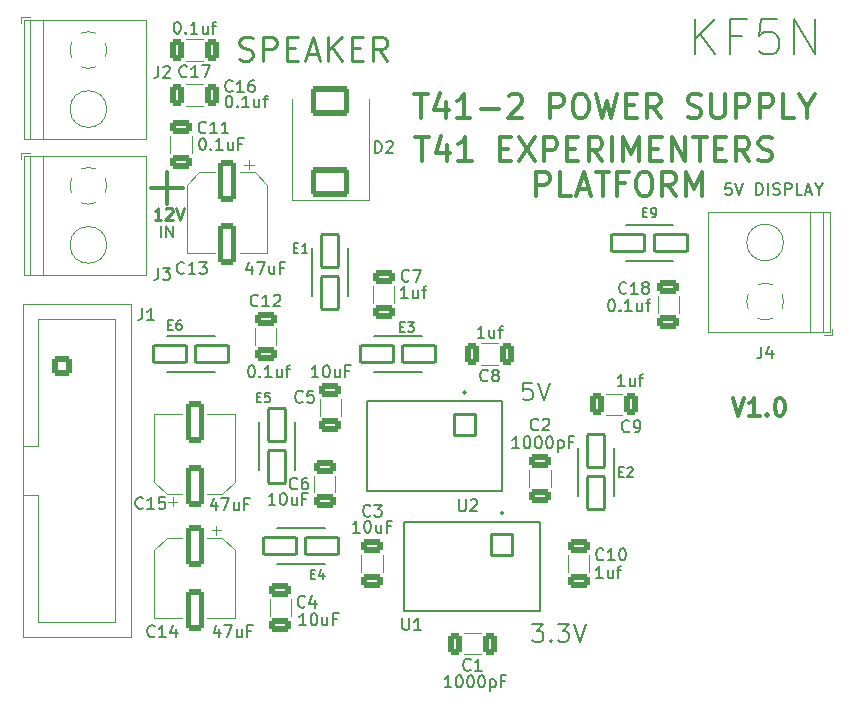
<source format=gbr>
G04 #@! TF.GenerationSoftware,KiCad,Pcbnew,8.0.2*
G04 #@! TF.CreationDate,2024-05-11T11:11:32-04:00*
G04 #@! TF.ProjectId,T41-2_Power,5434312d-325f-4506-9f77-65722e6b6963,rev?*
G04 #@! TF.SameCoordinates,Original*
G04 #@! TF.FileFunction,Legend,Top*
G04 #@! TF.FilePolarity,Positive*
%FSLAX46Y46*%
G04 Gerber Fmt 4.6, Leading zero omitted, Abs format (unit mm)*
G04 Created by KiCad (PCBNEW 8.0.2) date 2024-05-11 11:11:32*
%MOMM*%
%LPD*%
G01*
G04 APERTURE LIST*
G04 Aperture macros list*
%AMRoundRect*
0 Rectangle with rounded corners*
0 $1 Rounding radius*
0 $2 $3 $4 $5 $6 $7 $8 $9 X,Y pos of 4 corners*
0 Add a 4 corners polygon primitive as box body*
4,1,4,$2,$3,$4,$5,$6,$7,$8,$9,$2,$3,0*
0 Add four circle primitives for the rounded corners*
1,1,$1+$1,$2,$3*
1,1,$1+$1,$4,$5*
1,1,$1+$1,$6,$7*
1,1,$1+$1,$8,$9*
0 Add four rect primitives between the rounded corners*
20,1,$1+$1,$2,$3,$4,$5,0*
20,1,$1+$1,$4,$5,$6,$7,0*
20,1,$1+$1,$6,$7,$8,$9,0*
20,1,$1+$1,$8,$9,$2,$3,0*%
G04 Aperture macros list end*
%ADD10C,0.300000*%
%ADD11C,0.200000*%
%ADD12C,0.250000*%
%ADD13C,0.150000*%
%ADD14C,0.127000*%
%ADD15C,0.120000*%
%ADD16RoundRect,0.102000X0.900000X0.900000X-0.900000X0.900000X-0.900000X-0.900000X0.900000X-0.900000X0*%
%ADD17C,2.004000*%
%ADD18R,2.400000X2.400000*%
%ADD19C,2.400000*%
%ADD20RoundRect,0.250000X-0.600000X-0.600000X0.600000X-0.600000X0.600000X0.600000X-0.600000X0.600000X0*%
%ADD21C,1.700000*%
%ADD22RoundRect,0.250000X0.650000X-0.325000X0.650000X0.325000X-0.650000X0.325000X-0.650000X-0.325000X0*%
%ADD23RoundRect,0.250000X-0.650000X0.325000X-0.650000X-0.325000X0.650000X-0.325000X0.650000X0.325000X0*%
%ADD24RoundRect,0.250000X0.550000X-1.500000X0.550000X1.500000X-0.550000X1.500000X-0.550000X-1.500000X0*%
%ADD25RoundRect,0.250000X0.325000X0.650000X-0.325000X0.650000X-0.325000X-0.650000X0.325000X-0.650000X0*%
%ADD26RoundRect,0.102000X1.385000X0.735000X-1.385000X0.735000X-1.385000X-0.735000X1.385000X-0.735000X0*%
%ADD27RoundRect,0.250000X1.400000X1.000000X-1.400000X1.000000X-1.400000X-1.000000X1.400000X-1.000000X0*%
%ADD28RoundRect,0.102000X-0.735000X1.385000X-0.735000X-1.385000X0.735000X-1.385000X0.735000X1.385000X0*%
%ADD29RoundRect,0.250000X-0.550000X1.500000X-0.550000X-1.500000X0.550000X-1.500000X0.550000X1.500000X0*%
%ADD30RoundRect,0.102000X-1.385000X-0.735000X1.385000X-0.735000X1.385000X0.735000X-1.385000X0.735000X0*%
G04 APERTURE END LIST*
D10*
X160790225Y-99950828D02*
X161290225Y-101450828D01*
X161290225Y-101450828D02*
X161790225Y-99950828D01*
X163075939Y-101450828D02*
X162218796Y-101450828D01*
X162647367Y-101450828D02*
X162647367Y-99950828D01*
X162647367Y-99950828D02*
X162504510Y-100165114D01*
X162504510Y-100165114D02*
X162361653Y-100307971D01*
X162361653Y-100307971D02*
X162218796Y-100379400D01*
X163718795Y-101307971D02*
X163790224Y-101379400D01*
X163790224Y-101379400D02*
X163718795Y-101450828D01*
X163718795Y-101450828D02*
X163647367Y-101379400D01*
X163647367Y-101379400D02*
X163718795Y-101307971D01*
X163718795Y-101307971D02*
X163718795Y-101450828D01*
X164718796Y-99950828D02*
X164861653Y-99950828D01*
X164861653Y-99950828D02*
X165004510Y-100022257D01*
X165004510Y-100022257D02*
X165075939Y-100093685D01*
X165075939Y-100093685D02*
X165147367Y-100236542D01*
X165147367Y-100236542D02*
X165218796Y-100522257D01*
X165218796Y-100522257D02*
X165218796Y-100879400D01*
X165218796Y-100879400D02*
X165147367Y-101165114D01*
X165147367Y-101165114D02*
X165075939Y-101307971D01*
X165075939Y-101307971D02*
X165004510Y-101379400D01*
X165004510Y-101379400D02*
X164861653Y-101450828D01*
X164861653Y-101450828D02*
X164718796Y-101450828D01*
X164718796Y-101450828D02*
X164575939Y-101379400D01*
X164575939Y-101379400D02*
X164504510Y-101307971D01*
X164504510Y-101307971D02*
X164433081Y-101165114D01*
X164433081Y-101165114D02*
X164361653Y-100879400D01*
X164361653Y-100879400D02*
X164361653Y-100522257D01*
X164361653Y-100522257D02*
X164433081Y-100236542D01*
X164433081Y-100236542D02*
X164504510Y-100093685D01*
X164504510Y-100093685D02*
X164575939Y-100022257D01*
X164575939Y-100022257D02*
X164718796Y-99950828D01*
D11*
X157595863Y-70872457D02*
X157595863Y-67872457D01*
X159310149Y-70872457D02*
X158024435Y-69158171D01*
X159310149Y-67872457D02*
X157595863Y-69586742D01*
X161595863Y-69301028D02*
X160595863Y-69301028D01*
X160595863Y-70872457D02*
X160595863Y-67872457D01*
X160595863Y-67872457D02*
X162024435Y-67872457D01*
X164595864Y-67872457D02*
X163167292Y-67872457D01*
X163167292Y-67872457D02*
X163024435Y-69301028D01*
X163024435Y-69301028D02*
X163167292Y-69158171D01*
X163167292Y-69158171D02*
X163453007Y-69015314D01*
X163453007Y-69015314D02*
X164167292Y-69015314D01*
X164167292Y-69015314D02*
X164453007Y-69158171D01*
X164453007Y-69158171D02*
X164595864Y-69301028D01*
X164595864Y-69301028D02*
X164738721Y-69586742D01*
X164738721Y-69586742D02*
X164738721Y-70301028D01*
X164738721Y-70301028D02*
X164595864Y-70586742D01*
X164595864Y-70586742D02*
X164453007Y-70729600D01*
X164453007Y-70729600D02*
X164167292Y-70872457D01*
X164167292Y-70872457D02*
X163453007Y-70872457D01*
X163453007Y-70872457D02*
X163167292Y-70729600D01*
X163167292Y-70729600D02*
X163024435Y-70586742D01*
X166024435Y-70872457D02*
X166024435Y-67872457D01*
X166024435Y-67872457D02*
X167738721Y-70872457D01*
X167738721Y-70872457D02*
X167738721Y-67872457D01*
X143803006Y-98656028D02*
X143088720Y-98656028D01*
X143088720Y-98656028D02*
X143017292Y-99370314D01*
X143017292Y-99370314D02*
X143088720Y-99298885D01*
X143088720Y-99298885D02*
X143231578Y-99227457D01*
X143231578Y-99227457D02*
X143588720Y-99227457D01*
X143588720Y-99227457D02*
X143731578Y-99298885D01*
X143731578Y-99298885D02*
X143803006Y-99370314D01*
X143803006Y-99370314D02*
X143874435Y-99513171D01*
X143874435Y-99513171D02*
X143874435Y-99870314D01*
X143874435Y-99870314D02*
X143803006Y-100013171D01*
X143803006Y-100013171D02*
X143731578Y-100084600D01*
X143731578Y-100084600D02*
X143588720Y-100156028D01*
X143588720Y-100156028D02*
X143231578Y-100156028D01*
X143231578Y-100156028D02*
X143088720Y-100084600D01*
X143088720Y-100084600D02*
X143017292Y-100013171D01*
X144303006Y-98656028D02*
X144803006Y-100156028D01*
X144803006Y-100156028D02*
X145303006Y-98656028D01*
D10*
X144173558Y-82839638D02*
X144173558Y-80839638D01*
X144173558Y-80839638D02*
X144935463Y-80839638D01*
X144935463Y-80839638D02*
X145125939Y-80934876D01*
X145125939Y-80934876D02*
X145221177Y-81030114D01*
X145221177Y-81030114D02*
X145316415Y-81220590D01*
X145316415Y-81220590D02*
X145316415Y-81506304D01*
X145316415Y-81506304D02*
X145221177Y-81696780D01*
X145221177Y-81696780D02*
X145125939Y-81792019D01*
X145125939Y-81792019D02*
X144935463Y-81887257D01*
X144935463Y-81887257D02*
X144173558Y-81887257D01*
X147125939Y-82839638D02*
X146173558Y-82839638D01*
X146173558Y-82839638D02*
X146173558Y-80839638D01*
X147697368Y-82268209D02*
X148649749Y-82268209D01*
X147506892Y-82839638D02*
X148173558Y-80839638D01*
X148173558Y-80839638D02*
X148840225Y-82839638D01*
X149221178Y-80839638D02*
X150364035Y-80839638D01*
X149792606Y-82839638D02*
X149792606Y-80839638D01*
X151697369Y-81792019D02*
X151030702Y-81792019D01*
X151030702Y-82839638D02*
X151030702Y-80839638D01*
X151030702Y-80839638D02*
X151983083Y-80839638D01*
X153125940Y-80839638D02*
X153506893Y-80839638D01*
X153506893Y-80839638D02*
X153697369Y-80934876D01*
X153697369Y-80934876D02*
X153887845Y-81125352D01*
X153887845Y-81125352D02*
X153983083Y-81506304D01*
X153983083Y-81506304D02*
X153983083Y-82172971D01*
X153983083Y-82172971D02*
X153887845Y-82553923D01*
X153887845Y-82553923D02*
X153697369Y-82744400D01*
X153697369Y-82744400D02*
X153506893Y-82839638D01*
X153506893Y-82839638D02*
X153125940Y-82839638D01*
X153125940Y-82839638D02*
X152935464Y-82744400D01*
X152935464Y-82744400D02*
X152744988Y-82553923D01*
X152744988Y-82553923D02*
X152649750Y-82172971D01*
X152649750Y-82172971D02*
X152649750Y-81506304D01*
X152649750Y-81506304D02*
X152744988Y-81125352D01*
X152744988Y-81125352D02*
X152935464Y-80934876D01*
X152935464Y-80934876D02*
X153125940Y-80839638D01*
X155983083Y-82839638D02*
X155316416Y-81887257D01*
X154840226Y-82839638D02*
X154840226Y-80839638D01*
X154840226Y-80839638D02*
X155602131Y-80839638D01*
X155602131Y-80839638D02*
X155792607Y-80934876D01*
X155792607Y-80934876D02*
X155887845Y-81030114D01*
X155887845Y-81030114D02*
X155983083Y-81220590D01*
X155983083Y-81220590D02*
X155983083Y-81506304D01*
X155983083Y-81506304D02*
X155887845Y-81696780D01*
X155887845Y-81696780D02*
X155792607Y-81792019D01*
X155792607Y-81792019D02*
X155602131Y-81887257D01*
X155602131Y-81887257D02*
X154840226Y-81887257D01*
X156840226Y-82839638D02*
X156840226Y-80839638D01*
X156840226Y-80839638D02*
X157506893Y-82268209D01*
X157506893Y-82268209D02*
X158173559Y-80839638D01*
X158173559Y-80839638D02*
X158173559Y-82839638D01*
D11*
X143845863Y-119106028D02*
X144774435Y-119106028D01*
X144774435Y-119106028D02*
X144274435Y-119677457D01*
X144274435Y-119677457D02*
X144488720Y-119677457D01*
X144488720Y-119677457D02*
X144631578Y-119748885D01*
X144631578Y-119748885D02*
X144703006Y-119820314D01*
X144703006Y-119820314D02*
X144774435Y-119963171D01*
X144774435Y-119963171D02*
X144774435Y-120320314D01*
X144774435Y-120320314D02*
X144703006Y-120463171D01*
X144703006Y-120463171D02*
X144631578Y-120534600D01*
X144631578Y-120534600D02*
X144488720Y-120606028D01*
X144488720Y-120606028D02*
X144060149Y-120606028D01*
X144060149Y-120606028D02*
X143917292Y-120534600D01*
X143917292Y-120534600D02*
X143845863Y-120463171D01*
X145417291Y-120463171D02*
X145488720Y-120534600D01*
X145488720Y-120534600D02*
X145417291Y-120606028D01*
X145417291Y-120606028D02*
X145345863Y-120534600D01*
X145345863Y-120534600D02*
X145417291Y-120463171D01*
X145417291Y-120463171D02*
X145417291Y-120606028D01*
X145988720Y-119106028D02*
X146917292Y-119106028D01*
X146917292Y-119106028D02*
X146417292Y-119677457D01*
X146417292Y-119677457D02*
X146631577Y-119677457D01*
X146631577Y-119677457D02*
X146774435Y-119748885D01*
X146774435Y-119748885D02*
X146845863Y-119820314D01*
X146845863Y-119820314D02*
X146917292Y-119963171D01*
X146917292Y-119963171D02*
X146917292Y-120320314D01*
X146917292Y-120320314D02*
X146845863Y-120463171D01*
X146845863Y-120463171D02*
X146774435Y-120534600D01*
X146774435Y-120534600D02*
X146631577Y-120606028D01*
X146631577Y-120606028D02*
X146203006Y-120606028D01*
X146203006Y-120606028D02*
X146060149Y-120534600D01*
X146060149Y-120534600D02*
X145988720Y-120463171D01*
X147345863Y-119106028D02*
X147845863Y-120606028D01*
X147845863Y-120606028D02*
X148345863Y-119106028D01*
X160695863Y-81767219D02*
X160219673Y-81767219D01*
X160219673Y-81767219D02*
X160172054Y-82243409D01*
X160172054Y-82243409D02*
X160219673Y-82195790D01*
X160219673Y-82195790D02*
X160314911Y-82148171D01*
X160314911Y-82148171D02*
X160553006Y-82148171D01*
X160553006Y-82148171D02*
X160648244Y-82195790D01*
X160648244Y-82195790D02*
X160695863Y-82243409D01*
X160695863Y-82243409D02*
X160743482Y-82338647D01*
X160743482Y-82338647D02*
X160743482Y-82576742D01*
X160743482Y-82576742D02*
X160695863Y-82671980D01*
X160695863Y-82671980D02*
X160648244Y-82719600D01*
X160648244Y-82719600D02*
X160553006Y-82767219D01*
X160553006Y-82767219D02*
X160314911Y-82767219D01*
X160314911Y-82767219D02*
X160219673Y-82719600D01*
X160219673Y-82719600D02*
X160172054Y-82671980D01*
X161029197Y-81767219D02*
X161362530Y-82767219D01*
X161362530Y-82767219D02*
X161695863Y-81767219D01*
X162791102Y-82767219D02*
X162791102Y-81767219D01*
X162791102Y-81767219D02*
X163029197Y-81767219D01*
X163029197Y-81767219D02*
X163172054Y-81814838D01*
X163172054Y-81814838D02*
X163267292Y-81910076D01*
X163267292Y-81910076D02*
X163314911Y-82005314D01*
X163314911Y-82005314D02*
X163362530Y-82195790D01*
X163362530Y-82195790D02*
X163362530Y-82338647D01*
X163362530Y-82338647D02*
X163314911Y-82529123D01*
X163314911Y-82529123D02*
X163267292Y-82624361D01*
X163267292Y-82624361D02*
X163172054Y-82719600D01*
X163172054Y-82719600D02*
X163029197Y-82767219D01*
X163029197Y-82767219D02*
X162791102Y-82767219D01*
X163791102Y-82767219D02*
X163791102Y-81767219D01*
X164219673Y-82719600D02*
X164362530Y-82767219D01*
X164362530Y-82767219D02*
X164600625Y-82767219D01*
X164600625Y-82767219D02*
X164695863Y-82719600D01*
X164695863Y-82719600D02*
X164743482Y-82671980D01*
X164743482Y-82671980D02*
X164791101Y-82576742D01*
X164791101Y-82576742D02*
X164791101Y-82481504D01*
X164791101Y-82481504D02*
X164743482Y-82386266D01*
X164743482Y-82386266D02*
X164695863Y-82338647D01*
X164695863Y-82338647D02*
X164600625Y-82291028D01*
X164600625Y-82291028D02*
X164410149Y-82243409D01*
X164410149Y-82243409D02*
X164314911Y-82195790D01*
X164314911Y-82195790D02*
X164267292Y-82148171D01*
X164267292Y-82148171D02*
X164219673Y-82052933D01*
X164219673Y-82052933D02*
X164219673Y-81957695D01*
X164219673Y-81957695D02*
X164267292Y-81862457D01*
X164267292Y-81862457D02*
X164314911Y-81814838D01*
X164314911Y-81814838D02*
X164410149Y-81767219D01*
X164410149Y-81767219D02*
X164648244Y-81767219D01*
X164648244Y-81767219D02*
X164791101Y-81814838D01*
X165219673Y-82767219D02*
X165219673Y-81767219D01*
X165219673Y-81767219D02*
X165600625Y-81767219D01*
X165600625Y-81767219D02*
X165695863Y-81814838D01*
X165695863Y-81814838D02*
X165743482Y-81862457D01*
X165743482Y-81862457D02*
X165791101Y-81957695D01*
X165791101Y-81957695D02*
X165791101Y-82100552D01*
X165791101Y-82100552D02*
X165743482Y-82195790D01*
X165743482Y-82195790D02*
X165695863Y-82243409D01*
X165695863Y-82243409D02*
X165600625Y-82291028D01*
X165600625Y-82291028D02*
X165219673Y-82291028D01*
X166695863Y-82767219D02*
X166219673Y-82767219D01*
X166219673Y-82767219D02*
X166219673Y-81767219D01*
X166981578Y-82481504D02*
X167457768Y-82481504D01*
X166886340Y-82767219D02*
X167219673Y-81767219D01*
X167219673Y-81767219D02*
X167553006Y-82767219D01*
X168076816Y-82291028D02*
X168076816Y-82767219D01*
X167743483Y-81767219D02*
X168076816Y-82291028D01*
X168076816Y-82291028D02*
X168410149Y-81767219D01*
D10*
X133837844Y-74239638D02*
X134980701Y-74239638D01*
X134409272Y-76239638D02*
X134409272Y-74239638D01*
X136504511Y-74906304D02*
X136504511Y-76239638D01*
X136028320Y-74144400D02*
X135552130Y-75572971D01*
X135552130Y-75572971D02*
X136790225Y-75572971D01*
X138599749Y-76239638D02*
X137456892Y-76239638D01*
X138028320Y-76239638D02*
X138028320Y-74239638D01*
X138028320Y-74239638D02*
X137837844Y-74525352D01*
X137837844Y-74525352D02*
X137647368Y-74715828D01*
X137647368Y-74715828D02*
X137456892Y-74811066D01*
X139456892Y-75477733D02*
X140980702Y-75477733D01*
X141837844Y-74430114D02*
X141933082Y-74334876D01*
X141933082Y-74334876D02*
X142123558Y-74239638D01*
X142123558Y-74239638D02*
X142599749Y-74239638D01*
X142599749Y-74239638D02*
X142790225Y-74334876D01*
X142790225Y-74334876D02*
X142885463Y-74430114D01*
X142885463Y-74430114D02*
X142980701Y-74620590D01*
X142980701Y-74620590D02*
X142980701Y-74811066D01*
X142980701Y-74811066D02*
X142885463Y-75096780D01*
X142885463Y-75096780D02*
X141742606Y-76239638D01*
X141742606Y-76239638D02*
X142980701Y-76239638D01*
X145361654Y-76239638D02*
X145361654Y-74239638D01*
X145361654Y-74239638D02*
X146123559Y-74239638D01*
X146123559Y-74239638D02*
X146314035Y-74334876D01*
X146314035Y-74334876D02*
X146409273Y-74430114D01*
X146409273Y-74430114D02*
X146504511Y-74620590D01*
X146504511Y-74620590D02*
X146504511Y-74906304D01*
X146504511Y-74906304D02*
X146409273Y-75096780D01*
X146409273Y-75096780D02*
X146314035Y-75192019D01*
X146314035Y-75192019D02*
X146123559Y-75287257D01*
X146123559Y-75287257D02*
X145361654Y-75287257D01*
X147742606Y-74239638D02*
X148123559Y-74239638D01*
X148123559Y-74239638D02*
X148314035Y-74334876D01*
X148314035Y-74334876D02*
X148504511Y-74525352D01*
X148504511Y-74525352D02*
X148599749Y-74906304D01*
X148599749Y-74906304D02*
X148599749Y-75572971D01*
X148599749Y-75572971D02*
X148504511Y-75953923D01*
X148504511Y-75953923D02*
X148314035Y-76144400D01*
X148314035Y-76144400D02*
X148123559Y-76239638D01*
X148123559Y-76239638D02*
X147742606Y-76239638D01*
X147742606Y-76239638D02*
X147552130Y-76144400D01*
X147552130Y-76144400D02*
X147361654Y-75953923D01*
X147361654Y-75953923D02*
X147266416Y-75572971D01*
X147266416Y-75572971D02*
X147266416Y-74906304D01*
X147266416Y-74906304D02*
X147361654Y-74525352D01*
X147361654Y-74525352D02*
X147552130Y-74334876D01*
X147552130Y-74334876D02*
X147742606Y-74239638D01*
X149266416Y-74239638D02*
X149742606Y-76239638D01*
X149742606Y-76239638D02*
X150123559Y-74811066D01*
X150123559Y-74811066D02*
X150504511Y-76239638D01*
X150504511Y-76239638D02*
X150980702Y-74239638D01*
X151742606Y-75192019D02*
X152409273Y-75192019D01*
X152694987Y-76239638D02*
X151742606Y-76239638D01*
X151742606Y-76239638D02*
X151742606Y-74239638D01*
X151742606Y-74239638D02*
X152694987Y-74239638D01*
X154694987Y-76239638D02*
X154028320Y-75287257D01*
X153552130Y-76239638D02*
X153552130Y-74239638D01*
X153552130Y-74239638D02*
X154314035Y-74239638D01*
X154314035Y-74239638D02*
X154504511Y-74334876D01*
X154504511Y-74334876D02*
X154599749Y-74430114D01*
X154599749Y-74430114D02*
X154694987Y-74620590D01*
X154694987Y-74620590D02*
X154694987Y-74906304D01*
X154694987Y-74906304D02*
X154599749Y-75096780D01*
X154599749Y-75096780D02*
X154504511Y-75192019D01*
X154504511Y-75192019D02*
X154314035Y-75287257D01*
X154314035Y-75287257D02*
X153552130Y-75287257D01*
X156980702Y-76144400D02*
X157266416Y-76239638D01*
X157266416Y-76239638D02*
X157742607Y-76239638D01*
X157742607Y-76239638D02*
X157933083Y-76144400D01*
X157933083Y-76144400D02*
X158028321Y-76049161D01*
X158028321Y-76049161D02*
X158123559Y-75858685D01*
X158123559Y-75858685D02*
X158123559Y-75668209D01*
X158123559Y-75668209D02*
X158028321Y-75477733D01*
X158028321Y-75477733D02*
X157933083Y-75382495D01*
X157933083Y-75382495D02*
X157742607Y-75287257D01*
X157742607Y-75287257D02*
X157361654Y-75192019D01*
X157361654Y-75192019D02*
X157171178Y-75096780D01*
X157171178Y-75096780D02*
X157075940Y-75001542D01*
X157075940Y-75001542D02*
X156980702Y-74811066D01*
X156980702Y-74811066D02*
X156980702Y-74620590D01*
X156980702Y-74620590D02*
X157075940Y-74430114D01*
X157075940Y-74430114D02*
X157171178Y-74334876D01*
X157171178Y-74334876D02*
X157361654Y-74239638D01*
X157361654Y-74239638D02*
X157837845Y-74239638D01*
X157837845Y-74239638D02*
X158123559Y-74334876D01*
X158980702Y-74239638D02*
X158980702Y-75858685D01*
X158980702Y-75858685D02*
X159075940Y-76049161D01*
X159075940Y-76049161D02*
X159171178Y-76144400D01*
X159171178Y-76144400D02*
X159361654Y-76239638D01*
X159361654Y-76239638D02*
X159742607Y-76239638D01*
X159742607Y-76239638D02*
X159933083Y-76144400D01*
X159933083Y-76144400D02*
X160028321Y-76049161D01*
X160028321Y-76049161D02*
X160123559Y-75858685D01*
X160123559Y-75858685D02*
X160123559Y-74239638D01*
X161075940Y-76239638D02*
X161075940Y-74239638D01*
X161075940Y-74239638D02*
X161837845Y-74239638D01*
X161837845Y-74239638D02*
X162028321Y-74334876D01*
X162028321Y-74334876D02*
X162123559Y-74430114D01*
X162123559Y-74430114D02*
X162218797Y-74620590D01*
X162218797Y-74620590D02*
X162218797Y-74906304D01*
X162218797Y-74906304D02*
X162123559Y-75096780D01*
X162123559Y-75096780D02*
X162028321Y-75192019D01*
X162028321Y-75192019D02*
X161837845Y-75287257D01*
X161837845Y-75287257D02*
X161075940Y-75287257D01*
X163075940Y-76239638D02*
X163075940Y-74239638D01*
X163075940Y-74239638D02*
X163837845Y-74239638D01*
X163837845Y-74239638D02*
X164028321Y-74334876D01*
X164028321Y-74334876D02*
X164123559Y-74430114D01*
X164123559Y-74430114D02*
X164218797Y-74620590D01*
X164218797Y-74620590D02*
X164218797Y-74906304D01*
X164218797Y-74906304D02*
X164123559Y-75096780D01*
X164123559Y-75096780D02*
X164028321Y-75192019D01*
X164028321Y-75192019D02*
X163837845Y-75287257D01*
X163837845Y-75287257D02*
X163075940Y-75287257D01*
X166028321Y-76239638D02*
X165075940Y-76239638D01*
X165075940Y-76239638D02*
X165075940Y-74239638D01*
X167075940Y-75287257D02*
X167075940Y-76239638D01*
X166409274Y-74239638D02*
X167075940Y-75287257D01*
X167075940Y-75287257D02*
X167742607Y-74239638D01*
D11*
X112369673Y-86367219D02*
X112369673Y-85367219D01*
X112845863Y-86367219D02*
X112845863Y-85367219D01*
X112845863Y-85367219D02*
X113417291Y-86367219D01*
X113417291Y-86367219D02*
X113417291Y-85367219D01*
D12*
X112426377Y-84864619D02*
X111854949Y-84864619D01*
X112140663Y-84864619D02*
X112140663Y-83864619D01*
X112140663Y-83864619D02*
X112045425Y-84007476D01*
X112045425Y-84007476D02*
X111950187Y-84102714D01*
X111950187Y-84102714D02*
X111854949Y-84150333D01*
X112807330Y-83959857D02*
X112854949Y-83912238D01*
X112854949Y-83912238D02*
X112950187Y-83864619D01*
X112950187Y-83864619D02*
X113188282Y-83864619D01*
X113188282Y-83864619D02*
X113283520Y-83912238D01*
X113283520Y-83912238D02*
X113331139Y-83959857D01*
X113331139Y-83959857D02*
X113378758Y-84055095D01*
X113378758Y-84055095D02*
X113378758Y-84150333D01*
X113378758Y-84150333D02*
X113331139Y-84293190D01*
X113331139Y-84293190D02*
X112759711Y-84864619D01*
X112759711Y-84864619D02*
X113378758Y-84864619D01*
X113664473Y-83864619D02*
X113997806Y-84864619D01*
X113997806Y-84864619D02*
X114331139Y-83864619D01*
D10*
X111554510Y-82172400D02*
X114297368Y-82172400D01*
X112925939Y-83543828D02*
X112925939Y-80800971D01*
D12*
X119045425Y-71297000D02*
X119331139Y-71392238D01*
X119331139Y-71392238D02*
X119807330Y-71392238D01*
X119807330Y-71392238D02*
X119997806Y-71297000D01*
X119997806Y-71297000D02*
X120093044Y-71201761D01*
X120093044Y-71201761D02*
X120188282Y-71011285D01*
X120188282Y-71011285D02*
X120188282Y-70820809D01*
X120188282Y-70820809D02*
X120093044Y-70630333D01*
X120093044Y-70630333D02*
X119997806Y-70535095D01*
X119997806Y-70535095D02*
X119807330Y-70439857D01*
X119807330Y-70439857D02*
X119426377Y-70344619D01*
X119426377Y-70344619D02*
X119235901Y-70249380D01*
X119235901Y-70249380D02*
X119140663Y-70154142D01*
X119140663Y-70154142D02*
X119045425Y-69963666D01*
X119045425Y-69963666D02*
X119045425Y-69773190D01*
X119045425Y-69773190D02*
X119140663Y-69582714D01*
X119140663Y-69582714D02*
X119235901Y-69487476D01*
X119235901Y-69487476D02*
X119426377Y-69392238D01*
X119426377Y-69392238D02*
X119902568Y-69392238D01*
X119902568Y-69392238D02*
X120188282Y-69487476D01*
X121045425Y-71392238D02*
X121045425Y-69392238D01*
X121045425Y-69392238D02*
X121807330Y-69392238D01*
X121807330Y-69392238D02*
X121997806Y-69487476D01*
X121997806Y-69487476D02*
X122093044Y-69582714D01*
X122093044Y-69582714D02*
X122188282Y-69773190D01*
X122188282Y-69773190D02*
X122188282Y-70058904D01*
X122188282Y-70058904D02*
X122093044Y-70249380D01*
X122093044Y-70249380D02*
X121997806Y-70344619D01*
X121997806Y-70344619D02*
X121807330Y-70439857D01*
X121807330Y-70439857D02*
X121045425Y-70439857D01*
X123045425Y-70344619D02*
X123712092Y-70344619D01*
X123997806Y-71392238D02*
X123045425Y-71392238D01*
X123045425Y-71392238D02*
X123045425Y-69392238D01*
X123045425Y-69392238D02*
X123997806Y-69392238D01*
X124759711Y-70820809D02*
X125712092Y-70820809D01*
X124569235Y-71392238D02*
X125235901Y-69392238D01*
X125235901Y-69392238D02*
X125902568Y-71392238D01*
X126569235Y-71392238D02*
X126569235Y-69392238D01*
X127712092Y-71392238D02*
X126854949Y-70249380D01*
X127712092Y-69392238D02*
X126569235Y-70535095D01*
X128569235Y-70344619D02*
X129235902Y-70344619D01*
X129521616Y-71392238D02*
X128569235Y-71392238D01*
X128569235Y-71392238D02*
X128569235Y-69392238D01*
X128569235Y-69392238D02*
X129521616Y-69392238D01*
X131521616Y-71392238D02*
X130854949Y-70439857D01*
X130378759Y-71392238D02*
X130378759Y-69392238D01*
X130378759Y-69392238D02*
X131140664Y-69392238D01*
X131140664Y-69392238D02*
X131331140Y-69487476D01*
X131331140Y-69487476D02*
X131426378Y-69582714D01*
X131426378Y-69582714D02*
X131521616Y-69773190D01*
X131521616Y-69773190D02*
X131521616Y-70058904D01*
X131521616Y-70058904D02*
X131426378Y-70249380D01*
X131426378Y-70249380D02*
X131331140Y-70344619D01*
X131331140Y-70344619D02*
X131140664Y-70439857D01*
X131140664Y-70439857D02*
X130378759Y-70439857D01*
D10*
X133937844Y-77889638D02*
X135080701Y-77889638D01*
X134509272Y-79889638D02*
X134509272Y-77889638D01*
X136604511Y-78556304D02*
X136604511Y-79889638D01*
X136128320Y-77794400D02*
X135652130Y-79222971D01*
X135652130Y-79222971D02*
X136890225Y-79222971D01*
X138699749Y-79889638D02*
X137556892Y-79889638D01*
X138128320Y-79889638D02*
X138128320Y-77889638D01*
X138128320Y-77889638D02*
X137937844Y-78175352D01*
X137937844Y-78175352D02*
X137747368Y-78365828D01*
X137747368Y-78365828D02*
X137556892Y-78461066D01*
X141080702Y-78842019D02*
X141747369Y-78842019D01*
X142033083Y-79889638D02*
X141080702Y-79889638D01*
X141080702Y-79889638D02*
X141080702Y-77889638D01*
X141080702Y-77889638D02*
X142033083Y-77889638D01*
X142699750Y-77889638D02*
X144033083Y-79889638D01*
X144033083Y-77889638D02*
X142699750Y-79889638D01*
X144794988Y-79889638D02*
X144794988Y-77889638D01*
X144794988Y-77889638D02*
X145556893Y-77889638D01*
X145556893Y-77889638D02*
X145747369Y-77984876D01*
X145747369Y-77984876D02*
X145842607Y-78080114D01*
X145842607Y-78080114D02*
X145937845Y-78270590D01*
X145937845Y-78270590D02*
X145937845Y-78556304D01*
X145937845Y-78556304D02*
X145842607Y-78746780D01*
X145842607Y-78746780D02*
X145747369Y-78842019D01*
X145747369Y-78842019D02*
X145556893Y-78937257D01*
X145556893Y-78937257D02*
X144794988Y-78937257D01*
X146794988Y-78842019D02*
X147461655Y-78842019D01*
X147747369Y-79889638D02*
X146794988Y-79889638D01*
X146794988Y-79889638D02*
X146794988Y-77889638D01*
X146794988Y-77889638D02*
X147747369Y-77889638D01*
X149747369Y-79889638D02*
X149080702Y-78937257D01*
X148604512Y-79889638D02*
X148604512Y-77889638D01*
X148604512Y-77889638D02*
X149366417Y-77889638D01*
X149366417Y-77889638D02*
X149556893Y-77984876D01*
X149556893Y-77984876D02*
X149652131Y-78080114D01*
X149652131Y-78080114D02*
X149747369Y-78270590D01*
X149747369Y-78270590D02*
X149747369Y-78556304D01*
X149747369Y-78556304D02*
X149652131Y-78746780D01*
X149652131Y-78746780D02*
X149556893Y-78842019D01*
X149556893Y-78842019D02*
X149366417Y-78937257D01*
X149366417Y-78937257D02*
X148604512Y-78937257D01*
X150604512Y-79889638D02*
X150604512Y-77889638D01*
X151556893Y-79889638D02*
X151556893Y-77889638D01*
X151556893Y-77889638D02*
X152223560Y-79318209D01*
X152223560Y-79318209D02*
X152890226Y-77889638D01*
X152890226Y-77889638D02*
X152890226Y-79889638D01*
X153842607Y-78842019D02*
X154509274Y-78842019D01*
X154794988Y-79889638D02*
X153842607Y-79889638D01*
X153842607Y-79889638D02*
X153842607Y-77889638D01*
X153842607Y-77889638D02*
X154794988Y-77889638D01*
X155652131Y-79889638D02*
X155652131Y-77889638D01*
X155652131Y-77889638D02*
X156794988Y-79889638D01*
X156794988Y-79889638D02*
X156794988Y-77889638D01*
X157461655Y-77889638D02*
X158604512Y-77889638D01*
X158033083Y-79889638D02*
X158033083Y-77889638D01*
X159271179Y-78842019D02*
X159937846Y-78842019D01*
X160223560Y-79889638D02*
X159271179Y-79889638D01*
X159271179Y-79889638D02*
X159271179Y-77889638D01*
X159271179Y-77889638D02*
X160223560Y-77889638D01*
X162223560Y-79889638D02*
X161556893Y-78937257D01*
X161080703Y-79889638D02*
X161080703Y-77889638D01*
X161080703Y-77889638D02*
X161842608Y-77889638D01*
X161842608Y-77889638D02*
X162033084Y-77984876D01*
X162033084Y-77984876D02*
X162128322Y-78080114D01*
X162128322Y-78080114D02*
X162223560Y-78270590D01*
X162223560Y-78270590D02*
X162223560Y-78556304D01*
X162223560Y-78556304D02*
X162128322Y-78746780D01*
X162128322Y-78746780D02*
X162033084Y-78842019D01*
X162033084Y-78842019D02*
X161842608Y-78937257D01*
X161842608Y-78937257D02*
X161080703Y-78937257D01*
X162985465Y-79794400D02*
X163271179Y-79889638D01*
X163271179Y-79889638D02*
X163747370Y-79889638D01*
X163747370Y-79889638D02*
X163937846Y-79794400D01*
X163937846Y-79794400D02*
X164033084Y-79699161D01*
X164033084Y-79699161D02*
X164128322Y-79508685D01*
X164128322Y-79508685D02*
X164128322Y-79318209D01*
X164128322Y-79318209D02*
X164033084Y-79127733D01*
X164033084Y-79127733D02*
X163937846Y-79032495D01*
X163937846Y-79032495D02*
X163747370Y-78937257D01*
X163747370Y-78937257D02*
X163366417Y-78842019D01*
X163366417Y-78842019D02*
X163175941Y-78746780D01*
X163175941Y-78746780D02*
X163080703Y-78651542D01*
X163080703Y-78651542D02*
X162985465Y-78461066D01*
X162985465Y-78461066D02*
X162985465Y-78270590D01*
X162985465Y-78270590D02*
X163080703Y-78080114D01*
X163080703Y-78080114D02*
X163175941Y-77984876D01*
X163175941Y-77984876D02*
X163366417Y-77889638D01*
X163366417Y-77889638D02*
X163842608Y-77889638D01*
X163842608Y-77889638D02*
X164128322Y-77984876D01*
D13*
X137623095Y-108539819D02*
X137623095Y-109349342D01*
X137623095Y-109349342D02*
X137670714Y-109444580D01*
X137670714Y-109444580D02*
X137718333Y-109492200D01*
X137718333Y-109492200D02*
X137813571Y-109539819D01*
X137813571Y-109539819D02*
X138004047Y-109539819D01*
X138004047Y-109539819D02*
X138099285Y-109492200D01*
X138099285Y-109492200D02*
X138146904Y-109444580D01*
X138146904Y-109444580D02*
X138194523Y-109349342D01*
X138194523Y-109349342D02*
X138194523Y-108539819D01*
X138623095Y-108635057D02*
X138670714Y-108587438D01*
X138670714Y-108587438D02*
X138765952Y-108539819D01*
X138765952Y-108539819D02*
X139004047Y-108539819D01*
X139004047Y-108539819D02*
X139099285Y-108587438D01*
X139099285Y-108587438D02*
X139146904Y-108635057D01*
X139146904Y-108635057D02*
X139194523Y-108730295D01*
X139194523Y-108730295D02*
X139194523Y-108825533D01*
X139194523Y-108825533D02*
X139146904Y-108968390D01*
X139146904Y-108968390D02*
X138575476Y-109539819D01*
X138575476Y-109539819D02*
X139194523Y-109539819D01*
X132838095Y-118604819D02*
X132838095Y-119414342D01*
X132838095Y-119414342D02*
X132885714Y-119509580D01*
X132885714Y-119509580D02*
X132933333Y-119557200D01*
X132933333Y-119557200D02*
X133028571Y-119604819D01*
X133028571Y-119604819D02*
X133219047Y-119604819D01*
X133219047Y-119604819D02*
X133314285Y-119557200D01*
X133314285Y-119557200D02*
X133361904Y-119509580D01*
X133361904Y-119509580D02*
X133409523Y-119414342D01*
X133409523Y-119414342D02*
X133409523Y-118604819D01*
X134409523Y-119604819D02*
X133838095Y-119604819D01*
X134123809Y-119604819D02*
X134123809Y-118604819D01*
X134123809Y-118604819D02*
X134028571Y-118747676D01*
X134028571Y-118747676D02*
X133933333Y-118842914D01*
X133933333Y-118842914D02*
X133838095Y-118890533D01*
X112166666Y-71854819D02*
X112166666Y-72569104D01*
X112166666Y-72569104D02*
X112119047Y-72711961D01*
X112119047Y-72711961D02*
X112023809Y-72807200D01*
X112023809Y-72807200D02*
X111880952Y-72854819D01*
X111880952Y-72854819D02*
X111785714Y-72854819D01*
X112595238Y-71950057D02*
X112642857Y-71902438D01*
X112642857Y-71902438D02*
X112738095Y-71854819D01*
X112738095Y-71854819D02*
X112976190Y-71854819D01*
X112976190Y-71854819D02*
X113071428Y-71902438D01*
X113071428Y-71902438D02*
X113119047Y-71950057D01*
X113119047Y-71950057D02*
X113166666Y-72045295D01*
X113166666Y-72045295D02*
X113166666Y-72140533D01*
X113166666Y-72140533D02*
X113119047Y-72283390D01*
X113119047Y-72283390D02*
X112547619Y-72854819D01*
X112547619Y-72854819D02*
X113166666Y-72854819D01*
X110816666Y-92354819D02*
X110816666Y-93069104D01*
X110816666Y-93069104D02*
X110769047Y-93211961D01*
X110769047Y-93211961D02*
X110673809Y-93307200D01*
X110673809Y-93307200D02*
X110530952Y-93354819D01*
X110530952Y-93354819D02*
X110435714Y-93354819D01*
X111816666Y-93354819D02*
X111245238Y-93354819D01*
X111530952Y-93354819D02*
X111530952Y-92354819D01*
X111530952Y-92354819D02*
X111435714Y-92497676D01*
X111435714Y-92497676D02*
X111340476Y-92592914D01*
X111340476Y-92592914D02*
X111245238Y-92640533D01*
X124583333Y-117609580D02*
X124535714Y-117657200D01*
X124535714Y-117657200D02*
X124392857Y-117704819D01*
X124392857Y-117704819D02*
X124297619Y-117704819D01*
X124297619Y-117704819D02*
X124154762Y-117657200D01*
X124154762Y-117657200D02*
X124059524Y-117561961D01*
X124059524Y-117561961D02*
X124011905Y-117466723D01*
X124011905Y-117466723D02*
X123964286Y-117276247D01*
X123964286Y-117276247D02*
X123964286Y-117133390D01*
X123964286Y-117133390D02*
X124011905Y-116942914D01*
X124011905Y-116942914D02*
X124059524Y-116847676D01*
X124059524Y-116847676D02*
X124154762Y-116752438D01*
X124154762Y-116752438D02*
X124297619Y-116704819D01*
X124297619Y-116704819D02*
X124392857Y-116704819D01*
X124392857Y-116704819D02*
X124535714Y-116752438D01*
X124535714Y-116752438D02*
X124583333Y-116800057D01*
X125440476Y-117038152D02*
X125440476Y-117704819D01*
X125202381Y-116657200D02*
X124964286Y-117371485D01*
X124964286Y-117371485D02*
X125583333Y-117371485D01*
X124678571Y-119204819D02*
X124107143Y-119204819D01*
X124392857Y-119204819D02*
X124392857Y-118204819D01*
X124392857Y-118204819D02*
X124297619Y-118347676D01*
X124297619Y-118347676D02*
X124202381Y-118442914D01*
X124202381Y-118442914D02*
X124107143Y-118490533D01*
X125297619Y-118204819D02*
X125392857Y-118204819D01*
X125392857Y-118204819D02*
X125488095Y-118252438D01*
X125488095Y-118252438D02*
X125535714Y-118300057D01*
X125535714Y-118300057D02*
X125583333Y-118395295D01*
X125583333Y-118395295D02*
X125630952Y-118585771D01*
X125630952Y-118585771D02*
X125630952Y-118823866D01*
X125630952Y-118823866D02*
X125583333Y-119014342D01*
X125583333Y-119014342D02*
X125535714Y-119109580D01*
X125535714Y-119109580D02*
X125488095Y-119157200D01*
X125488095Y-119157200D02*
X125392857Y-119204819D01*
X125392857Y-119204819D02*
X125297619Y-119204819D01*
X125297619Y-119204819D02*
X125202381Y-119157200D01*
X125202381Y-119157200D02*
X125154762Y-119109580D01*
X125154762Y-119109580D02*
X125107143Y-119014342D01*
X125107143Y-119014342D02*
X125059524Y-118823866D01*
X125059524Y-118823866D02*
X125059524Y-118585771D01*
X125059524Y-118585771D02*
X125107143Y-118395295D01*
X125107143Y-118395295D02*
X125154762Y-118300057D01*
X125154762Y-118300057D02*
X125202381Y-118252438D01*
X125202381Y-118252438D02*
X125297619Y-118204819D01*
X126488095Y-118538152D02*
X126488095Y-119204819D01*
X126059524Y-118538152D02*
X126059524Y-119061961D01*
X126059524Y-119061961D02*
X126107143Y-119157200D01*
X126107143Y-119157200D02*
X126202381Y-119204819D01*
X126202381Y-119204819D02*
X126345238Y-119204819D01*
X126345238Y-119204819D02*
X126440476Y-119157200D01*
X126440476Y-119157200D02*
X126488095Y-119109580D01*
X127297619Y-118681009D02*
X126964286Y-118681009D01*
X126964286Y-119204819D02*
X126964286Y-118204819D01*
X126964286Y-118204819D02*
X127440476Y-118204819D01*
X124383333Y-100259580D02*
X124335714Y-100307200D01*
X124335714Y-100307200D02*
X124192857Y-100354819D01*
X124192857Y-100354819D02*
X124097619Y-100354819D01*
X124097619Y-100354819D02*
X123954762Y-100307200D01*
X123954762Y-100307200D02*
X123859524Y-100211961D01*
X123859524Y-100211961D02*
X123811905Y-100116723D01*
X123811905Y-100116723D02*
X123764286Y-99926247D01*
X123764286Y-99926247D02*
X123764286Y-99783390D01*
X123764286Y-99783390D02*
X123811905Y-99592914D01*
X123811905Y-99592914D02*
X123859524Y-99497676D01*
X123859524Y-99497676D02*
X123954762Y-99402438D01*
X123954762Y-99402438D02*
X124097619Y-99354819D01*
X124097619Y-99354819D02*
X124192857Y-99354819D01*
X124192857Y-99354819D02*
X124335714Y-99402438D01*
X124335714Y-99402438D02*
X124383333Y-99450057D01*
X125288095Y-99354819D02*
X124811905Y-99354819D01*
X124811905Y-99354819D02*
X124764286Y-99831009D01*
X124764286Y-99831009D02*
X124811905Y-99783390D01*
X124811905Y-99783390D02*
X124907143Y-99735771D01*
X124907143Y-99735771D02*
X125145238Y-99735771D01*
X125145238Y-99735771D02*
X125240476Y-99783390D01*
X125240476Y-99783390D02*
X125288095Y-99831009D01*
X125288095Y-99831009D02*
X125335714Y-99926247D01*
X125335714Y-99926247D02*
X125335714Y-100164342D01*
X125335714Y-100164342D02*
X125288095Y-100259580D01*
X125288095Y-100259580D02*
X125240476Y-100307200D01*
X125240476Y-100307200D02*
X125145238Y-100354819D01*
X125145238Y-100354819D02*
X124907143Y-100354819D01*
X124907143Y-100354819D02*
X124811905Y-100307200D01*
X124811905Y-100307200D02*
X124764286Y-100259580D01*
X125728571Y-98204819D02*
X125157143Y-98204819D01*
X125442857Y-98204819D02*
X125442857Y-97204819D01*
X125442857Y-97204819D02*
X125347619Y-97347676D01*
X125347619Y-97347676D02*
X125252381Y-97442914D01*
X125252381Y-97442914D02*
X125157143Y-97490533D01*
X126347619Y-97204819D02*
X126442857Y-97204819D01*
X126442857Y-97204819D02*
X126538095Y-97252438D01*
X126538095Y-97252438D02*
X126585714Y-97300057D01*
X126585714Y-97300057D02*
X126633333Y-97395295D01*
X126633333Y-97395295D02*
X126680952Y-97585771D01*
X126680952Y-97585771D02*
X126680952Y-97823866D01*
X126680952Y-97823866D02*
X126633333Y-98014342D01*
X126633333Y-98014342D02*
X126585714Y-98109580D01*
X126585714Y-98109580D02*
X126538095Y-98157200D01*
X126538095Y-98157200D02*
X126442857Y-98204819D01*
X126442857Y-98204819D02*
X126347619Y-98204819D01*
X126347619Y-98204819D02*
X126252381Y-98157200D01*
X126252381Y-98157200D02*
X126204762Y-98109580D01*
X126204762Y-98109580D02*
X126157143Y-98014342D01*
X126157143Y-98014342D02*
X126109524Y-97823866D01*
X126109524Y-97823866D02*
X126109524Y-97585771D01*
X126109524Y-97585771D02*
X126157143Y-97395295D01*
X126157143Y-97395295D02*
X126204762Y-97300057D01*
X126204762Y-97300057D02*
X126252381Y-97252438D01*
X126252381Y-97252438D02*
X126347619Y-97204819D01*
X127538095Y-97538152D02*
X127538095Y-98204819D01*
X127109524Y-97538152D02*
X127109524Y-98061961D01*
X127109524Y-98061961D02*
X127157143Y-98157200D01*
X127157143Y-98157200D02*
X127252381Y-98204819D01*
X127252381Y-98204819D02*
X127395238Y-98204819D01*
X127395238Y-98204819D02*
X127490476Y-98157200D01*
X127490476Y-98157200D02*
X127538095Y-98109580D01*
X128347619Y-97681009D02*
X128014286Y-97681009D01*
X128014286Y-98204819D02*
X128014286Y-97204819D01*
X128014286Y-97204819D02*
X128490476Y-97204819D01*
X110857142Y-109259580D02*
X110809523Y-109307200D01*
X110809523Y-109307200D02*
X110666666Y-109354819D01*
X110666666Y-109354819D02*
X110571428Y-109354819D01*
X110571428Y-109354819D02*
X110428571Y-109307200D01*
X110428571Y-109307200D02*
X110333333Y-109211961D01*
X110333333Y-109211961D02*
X110285714Y-109116723D01*
X110285714Y-109116723D02*
X110238095Y-108926247D01*
X110238095Y-108926247D02*
X110238095Y-108783390D01*
X110238095Y-108783390D02*
X110285714Y-108592914D01*
X110285714Y-108592914D02*
X110333333Y-108497676D01*
X110333333Y-108497676D02*
X110428571Y-108402438D01*
X110428571Y-108402438D02*
X110571428Y-108354819D01*
X110571428Y-108354819D02*
X110666666Y-108354819D01*
X110666666Y-108354819D02*
X110809523Y-108402438D01*
X110809523Y-108402438D02*
X110857142Y-108450057D01*
X111809523Y-109354819D02*
X111238095Y-109354819D01*
X111523809Y-109354819D02*
X111523809Y-108354819D01*
X111523809Y-108354819D02*
X111428571Y-108497676D01*
X111428571Y-108497676D02*
X111333333Y-108592914D01*
X111333333Y-108592914D02*
X111238095Y-108640533D01*
X112714285Y-108354819D02*
X112238095Y-108354819D01*
X112238095Y-108354819D02*
X112190476Y-108831009D01*
X112190476Y-108831009D02*
X112238095Y-108783390D01*
X112238095Y-108783390D02*
X112333333Y-108735771D01*
X112333333Y-108735771D02*
X112571428Y-108735771D01*
X112571428Y-108735771D02*
X112666666Y-108783390D01*
X112666666Y-108783390D02*
X112714285Y-108831009D01*
X112714285Y-108831009D02*
X112761904Y-108926247D01*
X112761904Y-108926247D02*
X112761904Y-109164342D01*
X112761904Y-109164342D02*
X112714285Y-109259580D01*
X112714285Y-109259580D02*
X112666666Y-109307200D01*
X112666666Y-109307200D02*
X112571428Y-109354819D01*
X112571428Y-109354819D02*
X112333333Y-109354819D01*
X112333333Y-109354819D02*
X112238095Y-109307200D01*
X112238095Y-109307200D02*
X112190476Y-109259580D01*
X117083333Y-108788152D02*
X117083333Y-109454819D01*
X116845238Y-108407200D02*
X116607143Y-109121485D01*
X116607143Y-109121485D02*
X117226190Y-109121485D01*
X117511905Y-108454819D02*
X118178571Y-108454819D01*
X118178571Y-108454819D02*
X117750000Y-109454819D01*
X118988095Y-108788152D02*
X118988095Y-109454819D01*
X118559524Y-108788152D02*
X118559524Y-109311961D01*
X118559524Y-109311961D02*
X118607143Y-109407200D01*
X118607143Y-109407200D02*
X118702381Y-109454819D01*
X118702381Y-109454819D02*
X118845238Y-109454819D01*
X118845238Y-109454819D02*
X118940476Y-109407200D01*
X118940476Y-109407200D02*
X118988095Y-109359580D01*
X119797619Y-108931009D02*
X119464286Y-108931009D01*
X119464286Y-109454819D02*
X119464286Y-108454819D01*
X119464286Y-108454819D02*
X119940476Y-108454819D01*
X138608333Y-122959580D02*
X138560714Y-123007200D01*
X138560714Y-123007200D02*
X138417857Y-123054819D01*
X138417857Y-123054819D02*
X138322619Y-123054819D01*
X138322619Y-123054819D02*
X138179762Y-123007200D01*
X138179762Y-123007200D02*
X138084524Y-122911961D01*
X138084524Y-122911961D02*
X138036905Y-122816723D01*
X138036905Y-122816723D02*
X137989286Y-122626247D01*
X137989286Y-122626247D02*
X137989286Y-122483390D01*
X137989286Y-122483390D02*
X138036905Y-122292914D01*
X138036905Y-122292914D02*
X138084524Y-122197676D01*
X138084524Y-122197676D02*
X138179762Y-122102438D01*
X138179762Y-122102438D02*
X138322619Y-122054819D01*
X138322619Y-122054819D02*
X138417857Y-122054819D01*
X138417857Y-122054819D02*
X138560714Y-122102438D01*
X138560714Y-122102438D02*
X138608333Y-122150057D01*
X139560714Y-123054819D02*
X138989286Y-123054819D01*
X139275000Y-123054819D02*
X139275000Y-122054819D01*
X139275000Y-122054819D02*
X139179762Y-122197676D01*
X139179762Y-122197676D02*
X139084524Y-122292914D01*
X139084524Y-122292914D02*
X138989286Y-122340533D01*
X136976190Y-124454819D02*
X136404762Y-124454819D01*
X136690476Y-124454819D02*
X136690476Y-123454819D01*
X136690476Y-123454819D02*
X136595238Y-123597676D01*
X136595238Y-123597676D02*
X136500000Y-123692914D01*
X136500000Y-123692914D02*
X136404762Y-123740533D01*
X137595238Y-123454819D02*
X137690476Y-123454819D01*
X137690476Y-123454819D02*
X137785714Y-123502438D01*
X137785714Y-123502438D02*
X137833333Y-123550057D01*
X137833333Y-123550057D02*
X137880952Y-123645295D01*
X137880952Y-123645295D02*
X137928571Y-123835771D01*
X137928571Y-123835771D02*
X137928571Y-124073866D01*
X137928571Y-124073866D02*
X137880952Y-124264342D01*
X137880952Y-124264342D02*
X137833333Y-124359580D01*
X137833333Y-124359580D02*
X137785714Y-124407200D01*
X137785714Y-124407200D02*
X137690476Y-124454819D01*
X137690476Y-124454819D02*
X137595238Y-124454819D01*
X137595238Y-124454819D02*
X137500000Y-124407200D01*
X137500000Y-124407200D02*
X137452381Y-124359580D01*
X137452381Y-124359580D02*
X137404762Y-124264342D01*
X137404762Y-124264342D02*
X137357143Y-124073866D01*
X137357143Y-124073866D02*
X137357143Y-123835771D01*
X137357143Y-123835771D02*
X137404762Y-123645295D01*
X137404762Y-123645295D02*
X137452381Y-123550057D01*
X137452381Y-123550057D02*
X137500000Y-123502438D01*
X137500000Y-123502438D02*
X137595238Y-123454819D01*
X138547619Y-123454819D02*
X138642857Y-123454819D01*
X138642857Y-123454819D02*
X138738095Y-123502438D01*
X138738095Y-123502438D02*
X138785714Y-123550057D01*
X138785714Y-123550057D02*
X138833333Y-123645295D01*
X138833333Y-123645295D02*
X138880952Y-123835771D01*
X138880952Y-123835771D02*
X138880952Y-124073866D01*
X138880952Y-124073866D02*
X138833333Y-124264342D01*
X138833333Y-124264342D02*
X138785714Y-124359580D01*
X138785714Y-124359580D02*
X138738095Y-124407200D01*
X138738095Y-124407200D02*
X138642857Y-124454819D01*
X138642857Y-124454819D02*
X138547619Y-124454819D01*
X138547619Y-124454819D02*
X138452381Y-124407200D01*
X138452381Y-124407200D02*
X138404762Y-124359580D01*
X138404762Y-124359580D02*
X138357143Y-124264342D01*
X138357143Y-124264342D02*
X138309524Y-124073866D01*
X138309524Y-124073866D02*
X138309524Y-123835771D01*
X138309524Y-123835771D02*
X138357143Y-123645295D01*
X138357143Y-123645295D02*
X138404762Y-123550057D01*
X138404762Y-123550057D02*
X138452381Y-123502438D01*
X138452381Y-123502438D02*
X138547619Y-123454819D01*
X139500000Y-123454819D02*
X139595238Y-123454819D01*
X139595238Y-123454819D02*
X139690476Y-123502438D01*
X139690476Y-123502438D02*
X139738095Y-123550057D01*
X139738095Y-123550057D02*
X139785714Y-123645295D01*
X139785714Y-123645295D02*
X139833333Y-123835771D01*
X139833333Y-123835771D02*
X139833333Y-124073866D01*
X139833333Y-124073866D02*
X139785714Y-124264342D01*
X139785714Y-124264342D02*
X139738095Y-124359580D01*
X139738095Y-124359580D02*
X139690476Y-124407200D01*
X139690476Y-124407200D02*
X139595238Y-124454819D01*
X139595238Y-124454819D02*
X139500000Y-124454819D01*
X139500000Y-124454819D02*
X139404762Y-124407200D01*
X139404762Y-124407200D02*
X139357143Y-124359580D01*
X139357143Y-124359580D02*
X139309524Y-124264342D01*
X139309524Y-124264342D02*
X139261905Y-124073866D01*
X139261905Y-124073866D02*
X139261905Y-123835771D01*
X139261905Y-123835771D02*
X139309524Y-123645295D01*
X139309524Y-123645295D02*
X139357143Y-123550057D01*
X139357143Y-123550057D02*
X139404762Y-123502438D01*
X139404762Y-123502438D02*
X139500000Y-123454819D01*
X140261905Y-123788152D02*
X140261905Y-124788152D01*
X140261905Y-123835771D02*
X140357143Y-123788152D01*
X140357143Y-123788152D02*
X140547619Y-123788152D01*
X140547619Y-123788152D02*
X140642857Y-123835771D01*
X140642857Y-123835771D02*
X140690476Y-123883390D01*
X140690476Y-123883390D02*
X140738095Y-123978628D01*
X140738095Y-123978628D02*
X140738095Y-124264342D01*
X140738095Y-124264342D02*
X140690476Y-124359580D01*
X140690476Y-124359580D02*
X140642857Y-124407200D01*
X140642857Y-124407200D02*
X140547619Y-124454819D01*
X140547619Y-124454819D02*
X140357143Y-124454819D01*
X140357143Y-124454819D02*
X140261905Y-124407200D01*
X141500000Y-123931009D02*
X141166667Y-123931009D01*
X141166667Y-124454819D02*
X141166667Y-123454819D01*
X141166667Y-123454819D02*
X141642857Y-123454819D01*
X118457142Y-73959580D02*
X118409523Y-74007200D01*
X118409523Y-74007200D02*
X118266666Y-74054819D01*
X118266666Y-74054819D02*
X118171428Y-74054819D01*
X118171428Y-74054819D02*
X118028571Y-74007200D01*
X118028571Y-74007200D02*
X117933333Y-73911961D01*
X117933333Y-73911961D02*
X117885714Y-73816723D01*
X117885714Y-73816723D02*
X117838095Y-73626247D01*
X117838095Y-73626247D02*
X117838095Y-73483390D01*
X117838095Y-73483390D02*
X117885714Y-73292914D01*
X117885714Y-73292914D02*
X117933333Y-73197676D01*
X117933333Y-73197676D02*
X118028571Y-73102438D01*
X118028571Y-73102438D02*
X118171428Y-73054819D01*
X118171428Y-73054819D02*
X118266666Y-73054819D01*
X118266666Y-73054819D02*
X118409523Y-73102438D01*
X118409523Y-73102438D02*
X118457142Y-73150057D01*
X119409523Y-74054819D02*
X118838095Y-74054819D01*
X119123809Y-74054819D02*
X119123809Y-73054819D01*
X119123809Y-73054819D02*
X119028571Y-73197676D01*
X119028571Y-73197676D02*
X118933333Y-73292914D01*
X118933333Y-73292914D02*
X118838095Y-73340533D01*
X120266666Y-73054819D02*
X120076190Y-73054819D01*
X120076190Y-73054819D02*
X119980952Y-73102438D01*
X119980952Y-73102438D02*
X119933333Y-73150057D01*
X119933333Y-73150057D02*
X119838095Y-73292914D01*
X119838095Y-73292914D02*
X119790476Y-73483390D01*
X119790476Y-73483390D02*
X119790476Y-73864342D01*
X119790476Y-73864342D02*
X119838095Y-73959580D01*
X119838095Y-73959580D02*
X119885714Y-74007200D01*
X119885714Y-74007200D02*
X119980952Y-74054819D01*
X119980952Y-74054819D02*
X120171428Y-74054819D01*
X120171428Y-74054819D02*
X120266666Y-74007200D01*
X120266666Y-74007200D02*
X120314285Y-73959580D01*
X120314285Y-73959580D02*
X120361904Y-73864342D01*
X120361904Y-73864342D02*
X120361904Y-73626247D01*
X120361904Y-73626247D02*
X120314285Y-73531009D01*
X120314285Y-73531009D02*
X120266666Y-73483390D01*
X120266666Y-73483390D02*
X120171428Y-73435771D01*
X120171428Y-73435771D02*
X119980952Y-73435771D01*
X119980952Y-73435771D02*
X119885714Y-73483390D01*
X119885714Y-73483390D02*
X119838095Y-73531009D01*
X119838095Y-73531009D02*
X119790476Y-73626247D01*
X118100000Y-74354819D02*
X118195238Y-74354819D01*
X118195238Y-74354819D02*
X118290476Y-74402438D01*
X118290476Y-74402438D02*
X118338095Y-74450057D01*
X118338095Y-74450057D02*
X118385714Y-74545295D01*
X118385714Y-74545295D02*
X118433333Y-74735771D01*
X118433333Y-74735771D02*
X118433333Y-74973866D01*
X118433333Y-74973866D02*
X118385714Y-75164342D01*
X118385714Y-75164342D02*
X118338095Y-75259580D01*
X118338095Y-75259580D02*
X118290476Y-75307200D01*
X118290476Y-75307200D02*
X118195238Y-75354819D01*
X118195238Y-75354819D02*
X118100000Y-75354819D01*
X118100000Y-75354819D02*
X118004762Y-75307200D01*
X118004762Y-75307200D02*
X117957143Y-75259580D01*
X117957143Y-75259580D02*
X117909524Y-75164342D01*
X117909524Y-75164342D02*
X117861905Y-74973866D01*
X117861905Y-74973866D02*
X117861905Y-74735771D01*
X117861905Y-74735771D02*
X117909524Y-74545295D01*
X117909524Y-74545295D02*
X117957143Y-74450057D01*
X117957143Y-74450057D02*
X118004762Y-74402438D01*
X118004762Y-74402438D02*
X118100000Y-74354819D01*
X118861905Y-75259580D02*
X118909524Y-75307200D01*
X118909524Y-75307200D02*
X118861905Y-75354819D01*
X118861905Y-75354819D02*
X118814286Y-75307200D01*
X118814286Y-75307200D02*
X118861905Y-75259580D01*
X118861905Y-75259580D02*
X118861905Y-75354819D01*
X119861904Y-75354819D02*
X119290476Y-75354819D01*
X119576190Y-75354819D02*
X119576190Y-74354819D01*
X119576190Y-74354819D02*
X119480952Y-74497676D01*
X119480952Y-74497676D02*
X119385714Y-74592914D01*
X119385714Y-74592914D02*
X119290476Y-74640533D01*
X120719047Y-74688152D02*
X120719047Y-75354819D01*
X120290476Y-74688152D02*
X120290476Y-75211961D01*
X120290476Y-75211961D02*
X120338095Y-75307200D01*
X120338095Y-75307200D02*
X120433333Y-75354819D01*
X120433333Y-75354819D02*
X120576190Y-75354819D01*
X120576190Y-75354819D02*
X120671428Y-75307200D01*
X120671428Y-75307200D02*
X120719047Y-75259580D01*
X121052381Y-74688152D02*
X121433333Y-74688152D01*
X121195238Y-75354819D02*
X121195238Y-74497676D01*
X121195238Y-74497676D02*
X121242857Y-74402438D01*
X121242857Y-74402438D02*
X121338095Y-74354819D01*
X121338095Y-74354819D02*
X121433333Y-74354819D01*
X152033333Y-102759580D02*
X151985714Y-102807200D01*
X151985714Y-102807200D02*
X151842857Y-102854819D01*
X151842857Y-102854819D02*
X151747619Y-102854819D01*
X151747619Y-102854819D02*
X151604762Y-102807200D01*
X151604762Y-102807200D02*
X151509524Y-102711961D01*
X151509524Y-102711961D02*
X151461905Y-102616723D01*
X151461905Y-102616723D02*
X151414286Y-102426247D01*
X151414286Y-102426247D02*
X151414286Y-102283390D01*
X151414286Y-102283390D02*
X151461905Y-102092914D01*
X151461905Y-102092914D02*
X151509524Y-101997676D01*
X151509524Y-101997676D02*
X151604762Y-101902438D01*
X151604762Y-101902438D02*
X151747619Y-101854819D01*
X151747619Y-101854819D02*
X151842857Y-101854819D01*
X151842857Y-101854819D02*
X151985714Y-101902438D01*
X151985714Y-101902438D02*
X152033333Y-101950057D01*
X152509524Y-102854819D02*
X152700000Y-102854819D01*
X152700000Y-102854819D02*
X152795238Y-102807200D01*
X152795238Y-102807200D02*
X152842857Y-102759580D01*
X152842857Y-102759580D02*
X152938095Y-102616723D01*
X152938095Y-102616723D02*
X152985714Y-102426247D01*
X152985714Y-102426247D02*
X152985714Y-102045295D01*
X152985714Y-102045295D02*
X152938095Y-101950057D01*
X152938095Y-101950057D02*
X152890476Y-101902438D01*
X152890476Y-101902438D02*
X152795238Y-101854819D01*
X152795238Y-101854819D02*
X152604762Y-101854819D01*
X152604762Y-101854819D02*
X152509524Y-101902438D01*
X152509524Y-101902438D02*
X152461905Y-101950057D01*
X152461905Y-101950057D02*
X152414286Y-102045295D01*
X152414286Y-102045295D02*
X152414286Y-102283390D01*
X152414286Y-102283390D02*
X152461905Y-102378628D01*
X152461905Y-102378628D02*
X152509524Y-102426247D01*
X152509524Y-102426247D02*
X152604762Y-102473866D01*
X152604762Y-102473866D02*
X152795238Y-102473866D01*
X152795238Y-102473866D02*
X152890476Y-102426247D01*
X152890476Y-102426247D02*
X152938095Y-102378628D01*
X152938095Y-102378628D02*
X152985714Y-102283390D01*
X151647618Y-98954819D02*
X151076190Y-98954819D01*
X151361904Y-98954819D02*
X151361904Y-97954819D01*
X151361904Y-97954819D02*
X151266666Y-98097676D01*
X151266666Y-98097676D02*
X151171428Y-98192914D01*
X151171428Y-98192914D02*
X151076190Y-98240533D01*
X152504761Y-98288152D02*
X152504761Y-98954819D01*
X152076190Y-98288152D02*
X152076190Y-98811961D01*
X152076190Y-98811961D02*
X152123809Y-98907200D01*
X152123809Y-98907200D02*
X152219047Y-98954819D01*
X152219047Y-98954819D02*
X152361904Y-98954819D01*
X152361904Y-98954819D02*
X152457142Y-98907200D01*
X152457142Y-98907200D02*
X152504761Y-98859580D01*
X152838095Y-98288152D02*
X153219047Y-98288152D01*
X152980952Y-98954819D02*
X152980952Y-98097676D01*
X152980952Y-98097676D02*
X153028571Y-98002438D01*
X153028571Y-98002438D02*
X153123809Y-97954819D01*
X153123809Y-97954819D02*
X153219047Y-97954819D01*
X153197619Y-84243247D02*
X153464285Y-84243247D01*
X153578571Y-84662295D02*
X153197619Y-84662295D01*
X153197619Y-84662295D02*
X153197619Y-83862295D01*
X153197619Y-83862295D02*
X153578571Y-83862295D01*
X153959524Y-84662295D02*
X154111905Y-84662295D01*
X154111905Y-84662295D02*
X154188095Y-84624200D01*
X154188095Y-84624200D02*
X154226191Y-84586104D01*
X154226191Y-84586104D02*
X154302381Y-84471819D01*
X154302381Y-84471819D02*
X154340476Y-84319438D01*
X154340476Y-84319438D02*
X154340476Y-84014676D01*
X154340476Y-84014676D02*
X154302381Y-83938485D01*
X154302381Y-83938485D02*
X154264286Y-83900390D01*
X154264286Y-83900390D02*
X154188095Y-83862295D01*
X154188095Y-83862295D02*
X154035714Y-83862295D01*
X154035714Y-83862295D02*
X153959524Y-83900390D01*
X153959524Y-83900390D02*
X153921429Y-83938485D01*
X153921429Y-83938485D02*
X153883333Y-84014676D01*
X153883333Y-84014676D02*
X153883333Y-84205152D01*
X153883333Y-84205152D02*
X153921429Y-84281342D01*
X153921429Y-84281342D02*
X153959524Y-84319438D01*
X153959524Y-84319438D02*
X154035714Y-84357533D01*
X154035714Y-84357533D02*
X154188095Y-84357533D01*
X154188095Y-84357533D02*
X154264286Y-84319438D01*
X154264286Y-84319438D02*
X154302381Y-84281342D01*
X154302381Y-84281342D02*
X154340476Y-84205152D01*
X130511905Y-79204819D02*
X130511905Y-78204819D01*
X130511905Y-78204819D02*
X130750000Y-78204819D01*
X130750000Y-78204819D02*
X130892857Y-78252438D01*
X130892857Y-78252438D02*
X130988095Y-78347676D01*
X130988095Y-78347676D02*
X131035714Y-78442914D01*
X131035714Y-78442914D02*
X131083333Y-78633390D01*
X131083333Y-78633390D02*
X131083333Y-78776247D01*
X131083333Y-78776247D02*
X131035714Y-78966723D01*
X131035714Y-78966723D02*
X130988095Y-79061961D01*
X130988095Y-79061961D02*
X130892857Y-79157200D01*
X130892857Y-79157200D02*
X130750000Y-79204819D01*
X130750000Y-79204819D02*
X130511905Y-79204819D01*
X131464286Y-78300057D02*
X131511905Y-78252438D01*
X131511905Y-78252438D02*
X131607143Y-78204819D01*
X131607143Y-78204819D02*
X131845238Y-78204819D01*
X131845238Y-78204819D02*
X131940476Y-78252438D01*
X131940476Y-78252438D02*
X131988095Y-78300057D01*
X131988095Y-78300057D02*
X132035714Y-78395295D01*
X132035714Y-78395295D02*
X132035714Y-78490533D01*
X132035714Y-78490533D02*
X131988095Y-78633390D01*
X131988095Y-78633390D02*
X131416667Y-79204819D01*
X131416667Y-79204819D02*
X132035714Y-79204819D01*
X120497619Y-99893247D02*
X120764285Y-99893247D01*
X120878571Y-100312295D02*
X120497619Y-100312295D01*
X120497619Y-100312295D02*
X120497619Y-99512295D01*
X120497619Y-99512295D02*
X120878571Y-99512295D01*
X121602381Y-99512295D02*
X121221429Y-99512295D01*
X121221429Y-99512295D02*
X121183333Y-99893247D01*
X121183333Y-99893247D02*
X121221429Y-99855152D01*
X121221429Y-99855152D02*
X121297619Y-99817057D01*
X121297619Y-99817057D02*
X121488095Y-99817057D01*
X121488095Y-99817057D02*
X121564286Y-99855152D01*
X121564286Y-99855152D02*
X121602381Y-99893247D01*
X121602381Y-99893247D02*
X121640476Y-99969438D01*
X121640476Y-99969438D02*
X121640476Y-100159914D01*
X121640476Y-100159914D02*
X121602381Y-100236104D01*
X121602381Y-100236104D02*
X121564286Y-100274200D01*
X121564286Y-100274200D02*
X121488095Y-100312295D01*
X121488095Y-100312295D02*
X121297619Y-100312295D01*
X121297619Y-100312295D02*
X121221429Y-100274200D01*
X121221429Y-100274200D02*
X121183333Y-100236104D01*
X112166666Y-88954819D02*
X112166666Y-89669104D01*
X112166666Y-89669104D02*
X112119047Y-89811961D01*
X112119047Y-89811961D02*
X112023809Y-89907200D01*
X112023809Y-89907200D02*
X111880952Y-89954819D01*
X111880952Y-89954819D02*
X111785714Y-89954819D01*
X112547619Y-88954819D02*
X113166666Y-88954819D01*
X113166666Y-88954819D02*
X112833333Y-89335771D01*
X112833333Y-89335771D02*
X112976190Y-89335771D01*
X112976190Y-89335771D02*
X113071428Y-89383390D01*
X113071428Y-89383390D02*
X113119047Y-89431009D01*
X113119047Y-89431009D02*
X113166666Y-89526247D01*
X113166666Y-89526247D02*
X113166666Y-89764342D01*
X113166666Y-89764342D02*
X113119047Y-89859580D01*
X113119047Y-89859580D02*
X113071428Y-89907200D01*
X113071428Y-89907200D02*
X112976190Y-89954819D01*
X112976190Y-89954819D02*
X112690476Y-89954819D01*
X112690476Y-89954819D02*
X112595238Y-89907200D01*
X112595238Y-89907200D02*
X112547619Y-89859580D01*
X114357142Y-89359580D02*
X114309523Y-89407200D01*
X114309523Y-89407200D02*
X114166666Y-89454819D01*
X114166666Y-89454819D02*
X114071428Y-89454819D01*
X114071428Y-89454819D02*
X113928571Y-89407200D01*
X113928571Y-89407200D02*
X113833333Y-89311961D01*
X113833333Y-89311961D02*
X113785714Y-89216723D01*
X113785714Y-89216723D02*
X113738095Y-89026247D01*
X113738095Y-89026247D02*
X113738095Y-88883390D01*
X113738095Y-88883390D02*
X113785714Y-88692914D01*
X113785714Y-88692914D02*
X113833333Y-88597676D01*
X113833333Y-88597676D02*
X113928571Y-88502438D01*
X113928571Y-88502438D02*
X114071428Y-88454819D01*
X114071428Y-88454819D02*
X114166666Y-88454819D01*
X114166666Y-88454819D02*
X114309523Y-88502438D01*
X114309523Y-88502438D02*
X114357142Y-88550057D01*
X115309523Y-89454819D02*
X114738095Y-89454819D01*
X115023809Y-89454819D02*
X115023809Y-88454819D01*
X115023809Y-88454819D02*
X114928571Y-88597676D01*
X114928571Y-88597676D02*
X114833333Y-88692914D01*
X114833333Y-88692914D02*
X114738095Y-88740533D01*
X115642857Y-88454819D02*
X116261904Y-88454819D01*
X116261904Y-88454819D02*
X115928571Y-88835771D01*
X115928571Y-88835771D02*
X116071428Y-88835771D01*
X116071428Y-88835771D02*
X116166666Y-88883390D01*
X116166666Y-88883390D02*
X116214285Y-88931009D01*
X116214285Y-88931009D02*
X116261904Y-89026247D01*
X116261904Y-89026247D02*
X116261904Y-89264342D01*
X116261904Y-89264342D02*
X116214285Y-89359580D01*
X116214285Y-89359580D02*
X116166666Y-89407200D01*
X116166666Y-89407200D02*
X116071428Y-89454819D01*
X116071428Y-89454819D02*
X115785714Y-89454819D01*
X115785714Y-89454819D02*
X115690476Y-89407200D01*
X115690476Y-89407200D02*
X115642857Y-89359580D01*
X120083333Y-88788152D02*
X120083333Y-89454819D01*
X119845238Y-88407200D02*
X119607143Y-89121485D01*
X119607143Y-89121485D02*
X120226190Y-89121485D01*
X120511905Y-88454819D02*
X121178571Y-88454819D01*
X121178571Y-88454819D02*
X120750000Y-89454819D01*
X121988095Y-88788152D02*
X121988095Y-89454819D01*
X121559524Y-88788152D02*
X121559524Y-89311961D01*
X121559524Y-89311961D02*
X121607143Y-89407200D01*
X121607143Y-89407200D02*
X121702381Y-89454819D01*
X121702381Y-89454819D02*
X121845238Y-89454819D01*
X121845238Y-89454819D02*
X121940476Y-89407200D01*
X121940476Y-89407200D02*
X121988095Y-89359580D01*
X122797619Y-88931009D02*
X122464286Y-88931009D01*
X122464286Y-89454819D02*
X122464286Y-88454819D01*
X122464286Y-88454819D02*
X122940476Y-88454819D01*
X111857142Y-120109580D02*
X111809523Y-120157200D01*
X111809523Y-120157200D02*
X111666666Y-120204819D01*
X111666666Y-120204819D02*
X111571428Y-120204819D01*
X111571428Y-120204819D02*
X111428571Y-120157200D01*
X111428571Y-120157200D02*
X111333333Y-120061961D01*
X111333333Y-120061961D02*
X111285714Y-119966723D01*
X111285714Y-119966723D02*
X111238095Y-119776247D01*
X111238095Y-119776247D02*
X111238095Y-119633390D01*
X111238095Y-119633390D02*
X111285714Y-119442914D01*
X111285714Y-119442914D02*
X111333333Y-119347676D01*
X111333333Y-119347676D02*
X111428571Y-119252438D01*
X111428571Y-119252438D02*
X111571428Y-119204819D01*
X111571428Y-119204819D02*
X111666666Y-119204819D01*
X111666666Y-119204819D02*
X111809523Y-119252438D01*
X111809523Y-119252438D02*
X111857142Y-119300057D01*
X112809523Y-120204819D02*
X112238095Y-120204819D01*
X112523809Y-120204819D02*
X112523809Y-119204819D01*
X112523809Y-119204819D02*
X112428571Y-119347676D01*
X112428571Y-119347676D02*
X112333333Y-119442914D01*
X112333333Y-119442914D02*
X112238095Y-119490533D01*
X113666666Y-119538152D02*
X113666666Y-120204819D01*
X113428571Y-119157200D02*
X113190476Y-119871485D01*
X113190476Y-119871485D02*
X113809523Y-119871485D01*
X117333333Y-119538152D02*
X117333333Y-120204819D01*
X117095238Y-119157200D02*
X116857143Y-119871485D01*
X116857143Y-119871485D02*
X117476190Y-119871485D01*
X117761905Y-119204819D02*
X118428571Y-119204819D01*
X118428571Y-119204819D02*
X118000000Y-120204819D01*
X119238095Y-119538152D02*
X119238095Y-120204819D01*
X118809524Y-119538152D02*
X118809524Y-120061961D01*
X118809524Y-120061961D02*
X118857143Y-120157200D01*
X118857143Y-120157200D02*
X118952381Y-120204819D01*
X118952381Y-120204819D02*
X119095238Y-120204819D01*
X119095238Y-120204819D02*
X119190476Y-120157200D01*
X119190476Y-120157200D02*
X119238095Y-120109580D01*
X120047619Y-119681009D02*
X119714286Y-119681009D01*
X119714286Y-120204819D02*
X119714286Y-119204819D01*
X119714286Y-119204819D02*
X120190476Y-119204819D01*
X133383333Y-90009580D02*
X133335714Y-90057200D01*
X133335714Y-90057200D02*
X133192857Y-90104819D01*
X133192857Y-90104819D02*
X133097619Y-90104819D01*
X133097619Y-90104819D02*
X132954762Y-90057200D01*
X132954762Y-90057200D02*
X132859524Y-89961961D01*
X132859524Y-89961961D02*
X132811905Y-89866723D01*
X132811905Y-89866723D02*
X132764286Y-89676247D01*
X132764286Y-89676247D02*
X132764286Y-89533390D01*
X132764286Y-89533390D02*
X132811905Y-89342914D01*
X132811905Y-89342914D02*
X132859524Y-89247676D01*
X132859524Y-89247676D02*
X132954762Y-89152438D01*
X132954762Y-89152438D02*
X133097619Y-89104819D01*
X133097619Y-89104819D02*
X133192857Y-89104819D01*
X133192857Y-89104819D02*
X133335714Y-89152438D01*
X133335714Y-89152438D02*
X133383333Y-89200057D01*
X133716667Y-89104819D02*
X134383333Y-89104819D01*
X134383333Y-89104819D02*
X133954762Y-90104819D01*
X133297618Y-91504819D02*
X132726190Y-91504819D01*
X133011904Y-91504819D02*
X133011904Y-90504819D01*
X133011904Y-90504819D02*
X132916666Y-90647676D01*
X132916666Y-90647676D02*
X132821428Y-90742914D01*
X132821428Y-90742914D02*
X132726190Y-90790533D01*
X134154761Y-90838152D02*
X134154761Y-91504819D01*
X133726190Y-90838152D02*
X133726190Y-91361961D01*
X133726190Y-91361961D02*
X133773809Y-91457200D01*
X133773809Y-91457200D02*
X133869047Y-91504819D01*
X133869047Y-91504819D02*
X134011904Y-91504819D01*
X134011904Y-91504819D02*
X134107142Y-91457200D01*
X134107142Y-91457200D02*
X134154761Y-91409580D01*
X134488095Y-90838152D02*
X134869047Y-90838152D01*
X134630952Y-91504819D02*
X134630952Y-90647676D01*
X134630952Y-90647676D02*
X134678571Y-90552438D01*
X134678571Y-90552438D02*
X134773809Y-90504819D01*
X134773809Y-90504819D02*
X134869047Y-90504819D01*
X130133333Y-109909580D02*
X130085714Y-109957200D01*
X130085714Y-109957200D02*
X129942857Y-110004819D01*
X129942857Y-110004819D02*
X129847619Y-110004819D01*
X129847619Y-110004819D02*
X129704762Y-109957200D01*
X129704762Y-109957200D02*
X129609524Y-109861961D01*
X129609524Y-109861961D02*
X129561905Y-109766723D01*
X129561905Y-109766723D02*
X129514286Y-109576247D01*
X129514286Y-109576247D02*
X129514286Y-109433390D01*
X129514286Y-109433390D02*
X129561905Y-109242914D01*
X129561905Y-109242914D02*
X129609524Y-109147676D01*
X129609524Y-109147676D02*
X129704762Y-109052438D01*
X129704762Y-109052438D02*
X129847619Y-109004819D01*
X129847619Y-109004819D02*
X129942857Y-109004819D01*
X129942857Y-109004819D02*
X130085714Y-109052438D01*
X130085714Y-109052438D02*
X130133333Y-109100057D01*
X130466667Y-109004819D02*
X131085714Y-109004819D01*
X131085714Y-109004819D02*
X130752381Y-109385771D01*
X130752381Y-109385771D02*
X130895238Y-109385771D01*
X130895238Y-109385771D02*
X130990476Y-109433390D01*
X130990476Y-109433390D02*
X131038095Y-109481009D01*
X131038095Y-109481009D02*
X131085714Y-109576247D01*
X131085714Y-109576247D02*
X131085714Y-109814342D01*
X131085714Y-109814342D02*
X131038095Y-109909580D01*
X131038095Y-109909580D02*
X130990476Y-109957200D01*
X130990476Y-109957200D02*
X130895238Y-110004819D01*
X130895238Y-110004819D02*
X130609524Y-110004819D01*
X130609524Y-110004819D02*
X130514286Y-109957200D01*
X130514286Y-109957200D02*
X130466667Y-109909580D01*
X129228571Y-111354819D02*
X128657143Y-111354819D01*
X128942857Y-111354819D02*
X128942857Y-110354819D01*
X128942857Y-110354819D02*
X128847619Y-110497676D01*
X128847619Y-110497676D02*
X128752381Y-110592914D01*
X128752381Y-110592914D02*
X128657143Y-110640533D01*
X129847619Y-110354819D02*
X129942857Y-110354819D01*
X129942857Y-110354819D02*
X130038095Y-110402438D01*
X130038095Y-110402438D02*
X130085714Y-110450057D01*
X130085714Y-110450057D02*
X130133333Y-110545295D01*
X130133333Y-110545295D02*
X130180952Y-110735771D01*
X130180952Y-110735771D02*
X130180952Y-110973866D01*
X130180952Y-110973866D02*
X130133333Y-111164342D01*
X130133333Y-111164342D02*
X130085714Y-111259580D01*
X130085714Y-111259580D02*
X130038095Y-111307200D01*
X130038095Y-111307200D02*
X129942857Y-111354819D01*
X129942857Y-111354819D02*
X129847619Y-111354819D01*
X129847619Y-111354819D02*
X129752381Y-111307200D01*
X129752381Y-111307200D02*
X129704762Y-111259580D01*
X129704762Y-111259580D02*
X129657143Y-111164342D01*
X129657143Y-111164342D02*
X129609524Y-110973866D01*
X129609524Y-110973866D02*
X129609524Y-110735771D01*
X129609524Y-110735771D02*
X129657143Y-110545295D01*
X129657143Y-110545295D02*
X129704762Y-110450057D01*
X129704762Y-110450057D02*
X129752381Y-110402438D01*
X129752381Y-110402438D02*
X129847619Y-110354819D01*
X131038095Y-110688152D02*
X131038095Y-111354819D01*
X130609524Y-110688152D02*
X130609524Y-111211961D01*
X130609524Y-111211961D02*
X130657143Y-111307200D01*
X130657143Y-111307200D02*
X130752381Y-111354819D01*
X130752381Y-111354819D02*
X130895238Y-111354819D01*
X130895238Y-111354819D02*
X130990476Y-111307200D01*
X130990476Y-111307200D02*
X131038095Y-111259580D01*
X131847619Y-110831009D02*
X131514286Y-110831009D01*
X131514286Y-111354819D02*
X131514286Y-110354819D01*
X131514286Y-110354819D02*
X131990476Y-110354819D01*
X149857142Y-113609580D02*
X149809523Y-113657200D01*
X149809523Y-113657200D02*
X149666666Y-113704819D01*
X149666666Y-113704819D02*
X149571428Y-113704819D01*
X149571428Y-113704819D02*
X149428571Y-113657200D01*
X149428571Y-113657200D02*
X149333333Y-113561961D01*
X149333333Y-113561961D02*
X149285714Y-113466723D01*
X149285714Y-113466723D02*
X149238095Y-113276247D01*
X149238095Y-113276247D02*
X149238095Y-113133390D01*
X149238095Y-113133390D02*
X149285714Y-112942914D01*
X149285714Y-112942914D02*
X149333333Y-112847676D01*
X149333333Y-112847676D02*
X149428571Y-112752438D01*
X149428571Y-112752438D02*
X149571428Y-112704819D01*
X149571428Y-112704819D02*
X149666666Y-112704819D01*
X149666666Y-112704819D02*
X149809523Y-112752438D01*
X149809523Y-112752438D02*
X149857142Y-112800057D01*
X150809523Y-113704819D02*
X150238095Y-113704819D01*
X150523809Y-113704819D02*
X150523809Y-112704819D01*
X150523809Y-112704819D02*
X150428571Y-112847676D01*
X150428571Y-112847676D02*
X150333333Y-112942914D01*
X150333333Y-112942914D02*
X150238095Y-112990533D01*
X151428571Y-112704819D02*
X151523809Y-112704819D01*
X151523809Y-112704819D02*
X151619047Y-112752438D01*
X151619047Y-112752438D02*
X151666666Y-112800057D01*
X151666666Y-112800057D02*
X151714285Y-112895295D01*
X151714285Y-112895295D02*
X151761904Y-113085771D01*
X151761904Y-113085771D02*
X151761904Y-113323866D01*
X151761904Y-113323866D02*
X151714285Y-113514342D01*
X151714285Y-113514342D02*
X151666666Y-113609580D01*
X151666666Y-113609580D02*
X151619047Y-113657200D01*
X151619047Y-113657200D02*
X151523809Y-113704819D01*
X151523809Y-113704819D02*
X151428571Y-113704819D01*
X151428571Y-113704819D02*
X151333333Y-113657200D01*
X151333333Y-113657200D02*
X151285714Y-113609580D01*
X151285714Y-113609580D02*
X151238095Y-113514342D01*
X151238095Y-113514342D02*
X151190476Y-113323866D01*
X151190476Y-113323866D02*
X151190476Y-113085771D01*
X151190476Y-113085771D02*
X151238095Y-112895295D01*
X151238095Y-112895295D02*
X151285714Y-112800057D01*
X151285714Y-112800057D02*
X151333333Y-112752438D01*
X151333333Y-112752438D02*
X151428571Y-112704819D01*
X149797618Y-115204819D02*
X149226190Y-115204819D01*
X149511904Y-115204819D02*
X149511904Y-114204819D01*
X149511904Y-114204819D02*
X149416666Y-114347676D01*
X149416666Y-114347676D02*
X149321428Y-114442914D01*
X149321428Y-114442914D02*
X149226190Y-114490533D01*
X150654761Y-114538152D02*
X150654761Y-115204819D01*
X150226190Y-114538152D02*
X150226190Y-115061961D01*
X150226190Y-115061961D02*
X150273809Y-115157200D01*
X150273809Y-115157200D02*
X150369047Y-115204819D01*
X150369047Y-115204819D02*
X150511904Y-115204819D01*
X150511904Y-115204819D02*
X150607142Y-115157200D01*
X150607142Y-115157200D02*
X150654761Y-115109580D01*
X150988095Y-114538152D02*
X151369047Y-114538152D01*
X151130952Y-115204819D02*
X151130952Y-114347676D01*
X151130952Y-114347676D02*
X151178571Y-114252438D01*
X151178571Y-114252438D02*
X151273809Y-114204819D01*
X151273809Y-114204819D02*
X151369047Y-114204819D01*
X123647619Y-87243247D02*
X123914285Y-87243247D01*
X124028571Y-87662295D02*
X123647619Y-87662295D01*
X123647619Y-87662295D02*
X123647619Y-86862295D01*
X123647619Y-86862295D02*
X124028571Y-86862295D01*
X124790476Y-87662295D02*
X124333333Y-87662295D01*
X124561905Y-87662295D02*
X124561905Y-86862295D01*
X124561905Y-86862295D02*
X124485714Y-86976580D01*
X124485714Y-86976580D02*
X124409524Y-87052771D01*
X124409524Y-87052771D02*
X124333333Y-87090866D01*
X125090619Y-114874647D02*
X125357285Y-114874647D01*
X125471571Y-115293695D02*
X125090619Y-115293695D01*
X125090619Y-115293695D02*
X125090619Y-114493695D01*
X125090619Y-114493695D02*
X125471571Y-114493695D01*
X126157286Y-114760361D02*
X126157286Y-115293695D01*
X125966810Y-114455600D02*
X125776333Y-115027028D01*
X125776333Y-115027028D02*
X126271572Y-115027028D01*
X113014619Y-93761847D02*
X113281285Y-93761847D01*
X113395571Y-94180895D02*
X113014619Y-94180895D01*
X113014619Y-94180895D02*
X113014619Y-93380895D01*
X113014619Y-93380895D02*
X113395571Y-93380895D01*
X114081286Y-93380895D02*
X113928905Y-93380895D01*
X113928905Y-93380895D02*
X113852714Y-93418990D01*
X113852714Y-93418990D02*
X113814619Y-93457085D01*
X113814619Y-93457085D02*
X113738429Y-93571371D01*
X113738429Y-93571371D02*
X113700333Y-93723752D01*
X113700333Y-93723752D02*
X113700333Y-94028514D01*
X113700333Y-94028514D02*
X113738429Y-94104704D01*
X113738429Y-94104704D02*
X113776524Y-94142800D01*
X113776524Y-94142800D02*
X113852714Y-94180895D01*
X113852714Y-94180895D02*
X114005095Y-94180895D01*
X114005095Y-94180895D02*
X114081286Y-94142800D01*
X114081286Y-94142800D02*
X114119381Y-94104704D01*
X114119381Y-94104704D02*
X114157476Y-94028514D01*
X114157476Y-94028514D02*
X114157476Y-93838038D01*
X114157476Y-93838038D02*
X114119381Y-93761847D01*
X114119381Y-93761847D02*
X114081286Y-93723752D01*
X114081286Y-93723752D02*
X114005095Y-93685657D01*
X114005095Y-93685657D02*
X113852714Y-93685657D01*
X113852714Y-93685657D02*
X113776524Y-93723752D01*
X113776524Y-93723752D02*
X113738429Y-93761847D01*
X113738429Y-93761847D02*
X113700333Y-93838038D01*
X116207142Y-77459580D02*
X116159523Y-77507200D01*
X116159523Y-77507200D02*
X116016666Y-77554819D01*
X116016666Y-77554819D02*
X115921428Y-77554819D01*
X115921428Y-77554819D02*
X115778571Y-77507200D01*
X115778571Y-77507200D02*
X115683333Y-77411961D01*
X115683333Y-77411961D02*
X115635714Y-77316723D01*
X115635714Y-77316723D02*
X115588095Y-77126247D01*
X115588095Y-77126247D02*
X115588095Y-76983390D01*
X115588095Y-76983390D02*
X115635714Y-76792914D01*
X115635714Y-76792914D02*
X115683333Y-76697676D01*
X115683333Y-76697676D02*
X115778571Y-76602438D01*
X115778571Y-76602438D02*
X115921428Y-76554819D01*
X115921428Y-76554819D02*
X116016666Y-76554819D01*
X116016666Y-76554819D02*
X116159523Y-76602438D01*
X116159523Y-76602438D02*
X116207142Y-76650057D01*
X117159523Y-77554819D02*
X116588095Y-77554819D01*
X116873809Y-77554819D02*
X116873809Y-76554819D01*
X116873809Y-76554819D02*
X116778571Y-76697676D01*
X116778571Y-76697676D02*
X116683333Y-76792914D01*
X116683333Y-76792914D02*
X116588095Y-76840533D01*
X118111904Y-77554819D02*
X117540476Y-77554819D01*
X117826190Y-77554819D02*
X117826190Y-76554819D01*
X117826190Y-76554819D02*
X117730952Y-76697676D01*
X117730952Y-76697676D02*
X117635714Y-76792914D01*
X117635714Y-76792914D02*
X117540476Y-76840533D01*
X115857143Y-77954819D02*
X115952381Y-77954819D01*
X115952381Y-77954819D02*
X116047619Y-78002438D01*
X116047619Y-78002438D02*
X116095238Y-78050057D01*
X116095238Y-78050057D02*
X116142857Y-78145295D01*
X116142857Y-78145295D02*
X116190476Y-78335771D01*
X116190476Y-78335771D02*
X116190476Y-78573866D01*
X116190476Y-78573866D02*
X116142857Y-78764342D01*
X116142857Y-78764342D02*
X116095238Y-78859580D01*
X116095238Y-78859580D02*
X116047619Y-78907200D01*
X116047619Y-78907200D02*
X115952381Y-78954819D01*
X115952381Y-78954819D02*
X115857143Y-78954819D01*
X115857143Y-78954819D02*
X115761905Y-78907200D01*
X115761905Y-78907200D02*
X115714286Y-78859580D01*
X115714286Y-78859580D02*
X115666667Y-78764342D01*
X115666667Y-78764342D02*
X115619048Y-78573866D01*
X115619048Y-78573866D02*
X115619048Y-78335771D01*
X115619048Y-78335771D02*
X115666667Y-78145295D01*
X115666667Y-78145295D02*
X115714286Y-78050057D01*
X115714286Y-78050057D02*
X115761905Y-78002438D01*
X115761905Y-78002438D02*
X115857143Y-77954819D01*
X116619048Y-78859580D02*
X116666667Y-78907200D01*
X116666667Y-78907200D02*
X116619048Y-78954819D01*
X116619048Y-78954819D02*
X116571429Y-78907200D01*
X116571429Y-78907200D02*
X116619048Y-78859580D01*
X116619048Y-78859580D02*
X116619048Y-78954819D01*
X117619047Y-78954819D02*
X117047619Y-78954819D01*
X117333333Y-78954819D02*
X117333333Y-77954819D01*
X117333333Y-77954819D02*
X117238095Y-78097676D01*
X117238095Y-78097676D02*
X117142857Y-78192914D01*
X117142857Y-78192914D02*
X117047619Y-78240533D01*
X118476190Y-78288152D02*
X118476190Y-78954819D01*
X118047619Y-78288152D02*
X118047619Y-78811961D01*
X118047619Y-78811961D02*
X118095238Y-78907200D01*
X118095238Y-78907200D02*
X118190476Y-78954819D01*
X118190476Y-78954819D02*
X118333333Y-78954819D01*
X118333333Y-78954819D02*
X118428571Y-78907200D01*
X118428571Y-78907200D02*
X118476190Y-78859580D01*
X119285714Y-78431009D02*
X118952381Y-78431009D01*
X118952381Y-78954819D02*
X118952381Y-77954819D01*
X118952381Y-77954819D02*
X119428571Y-77954819D01*
X132647619Y-93943247D02*
X132914285Y-93943247D01*
X133028571Y-94362295D02*
X132647619Y-94362295D01*
X132647619Y-94362295D02*
X132647619Y-93562295D01*
X132647619Y-93562295D02*
X133028571Y-93562295D01*
X133295238Y-93562295D02*
X133790476Y-93562295D01*
X133790476Y-93562295D02*
X133523810Y-93867057D01*
X133523810Y-93867057D02*
X133638095Y-93867057D01*
X133638095Y-93867057D02*
X133714286Y-93905152D01*
X133714286Y-93905152D02*
X133752381Y-93943247D01*
X133752381Y-93943247D02*
X133790476Y-94019438D01*
X133790476Y-94019438D02*
X133790476Y-94209914D01*
X133790476Y-94209914D02*
X133752381Y-94286104D01*
X133752381Y-94286104D02*
X133714286Y-94324200D01*
X133714286Y-94324200D02*
X133638095Y-94362295D01*
X133638095Y-94362295D02*
X133409524Y-94362295D01*
X133409524Y-94362295D02*
X133333333Y-94324200D01*
X133333333Y-94324200D02*
X133295238Y-94286104D01*
X120607142Y-92109580D02*
X120559523Y-92157200D01*
X120559523Y-92157200D02*
X120416666Y-92204819D01*
X120416666Y-92204819D02*
X120321428Y-92204819D01*
X120321428Y-92204819D02*
X120178571Y-92157200D01*
X120178571Y-92157200D02*
X120083333Y-92061961D01*
X120083333Y-92061961D02*
X120035714Y-91966723D01*
X120035714Y-91966723D02*
X119988095Y-91776247D01*
X119988095Y-91776247D02*
X119988095Y-91633390D01*
X119988095Y-91633390D02*
X120035714Y-91442914D01*
X120035714Y-91442914D02*
X120083333Y-91347676D01*
X120083333Y-91347676D02*
X120178571Y-91252438D01*
X120178571Y-91252438D02*
X120321428Y-91204819D01*
X120321428Y-91204819D02*
X120416666Y-91204819D01*
X120416666Y-91204819D02*
X120559523Y-91252438D01*
X120559523Y-91252438D02*
X120607142Y-91300057D01*
X121559523Y-92204819D02*
X120988095Y-92204819D01*
X121273809Y-92204819D02*
X121273809Y-91204819D01*
X121273809Y-91204819D02*
X121178571Y-91347676D01*
X121178571Y-91347676D02*
X121083333Y-91442914D01*
X121083333Y-91442914D02*
X120988095Y-91490533D01*
X121940476Y-91300057D02*
X121988095Y-91252438D01*
X121988095Y-91252438D02*
X122083333Y-91204819D01*
X122083333Y-91204819D02*
X122321428Y-91204819D01*
X122321428Y-91204819D02*
X122416666Y-91252438D01*
X122416666Y-91252438D02*
X122464285Y-91300057D01*
X122464285Y-91300057D02*
X122511904Y-91395295D01*
X122511904Y-91395295D02*
X122511904Y-91490533D01*
X122511904Y-91490533D02*
X122464285Y-91633390D01*
X122464285Y-91633390D02*
X121892857Y-92204819D01*
X121892857Y-92204819D02*
X122511904Y-92204819D01*
X120000000Y-97204819D02*
X120095238Y-97204819D01*
X120095238Y-97204819D02*
X120190476Y-97252438D01*
X120190476Y-97252438D02*
X120238095Y-97300057D01*
X120238095Y-97300057D02*
X120285714Y-97395295D01*
X120285714Y-97395295D02*
X120333333Y-97585771D01*
X120333333Y-97585771D02*
X120333333Y-97823866D01*
X120333333Y-97823866D02*
X120285714Y-98014342D01*
X120285714Y-98014342D02*
X120238095Y-98109580D01*
X120238095Y-98109580D02*
X120190476Y-98157200D01*
X120190476Y-98157200D02*
X120095238Y-98204819D01*
X120095238Y-98204819D02*
X120000000Y-98204819D01*
X120000000Y-98204819D02*
X119904762Y-98157200D01*
X119904762Y-98157200D02*
X119857143Y-98109580D01*
X119857143Y-98109580D02*
X119809524Y-98014342D01*
X119809524Y-98014342D02*
X119761905Y-97823866D01*
X119761905Y-97823866D02*
X119761905Y-97585771D01*
X119761905Y-97585771D02*
X119809524Y-97395295D01*
X119809524Y-97395295D02*
X119857143Y-97300057D01*
X119857143Y-97300057D02*
X119904762Y-97252438D01*
X119904762Y-97252438D02*
X120000000Y-97204819D01*
X120761905Y-98109580D02*
X120809524Y-98157200D01*
X120809524Y-98157200D02*
X120761905Y-98204819D01*
X120761905Y-98204819D02*
X120714286Y-98157200D01*
X120714286Y-98157200D02*
X120761905Y-98109580D01*
X120761905Y-98109580D02*
X120761905Y-98204819D01*
X121761904Y-98204819D02*
X121190476Y-98204819D01*
X121476190Y-98204819D02*
X121476190Y-97204819D01*
X121476190Y-97204819D02*
X121380952Y-97347676D01*
X121380952Y-97347676D02*
X121285714Y-97442914D01*
X121285714Y-97442914D02*
X121190476Y-97490533D01*
X122619047Y-97538152D02*
X122619047Y-98204819D01*
X122190476Y-97538152D02*
X122190476Y-98061961D01*
X122190476Y-98061961D02*
X122238095Y-98157200D01*
X122238095Y-98157200D02*
X122333333Y-98204819D01*
X122333333Y-98204819D02*
X122476190Y-98204819D01*
X122476190Y-98204819D02*
X122571428Y-98157200D01*
X122571428Y-98157200D02*
X122619047Y-98109580D01*
X122952381Y-97538152D02*
X123333333Y-97538152D01*
X123095238Y-98204819D02*
X123095238Y-97347676D01*
X123095238Y-97347676D02*
X123142857Y-97252438D01*
X123142857Y-97252438D02*
X123238095Y-97204819D01*
X123238095Y-97204819D02*
X123333333Y-97204819D01*
X114582142Y-72709580D02*
X114534523Y-72757200D01*
X114534523Y-72757200D02*
X114391666Y-72804819D01*
X114391666Y-72804819D02*
X114296428Y-72804819D01*
X114296428Y-72804819D02*
X114153571Y-72757200D01*
X114153571Y-72757200D02*
X114058333Y-72661961D01*
X114058333Y-72661961D02*
X114010714Y-72566723D01*
X114010714Y-72566723D02*
X113963095Y-72376247D01*
X113963095Y-72376247D02*
X113963095Y-72233390D01*
X113963095Y-72233390D02*
X114010714Y-72042914D01*
X114010714Y-72042914D02*
X114058333Y-71947676D01*
X114058333Y-71947676D02*
X114153571Y-71852438D01*
X114153571Y-71852438D02*
X114296428Y-71804819D01*
X114296428Y-71804819D02*
X114391666Y-71804819D01*
X114391666Y-71804819D02*
X114534523Y-71852438D01*
X114534523Y-71852438D02*
X114582142Y-71900057D01*
X115534523Y-72804819D02*
X114963095Y-72804819D01*
X115248809Y-72804819D02*
X115248809Y-71804819D01*
X115248809Y-71804819D02*
X115153571Y-71947676D01*
X115153571Y-71947676D02*
X115058333Y-72042914D01*
X115058333Y-72042914D02*
X114963095Y-72090533D01*
X115867857Y-71804819D02*
X116534523Y-71804819D01*
X116534523Y-71804819D02*
X116105952Y-72804819D01*
X113725000Y-68104819D02*
X113820238Y-68104819D01*
X113820238Y-68104819D02*
X113915476Y-68152438D01*
X113915476Y-68152438D02*
X113963095Y-68200057D01*
X113963095Y-68200057D02*
X114010714Y-68295295D01*
X114010714Y-68295295D02*
X114058333Y-68485771D01*
X114058333Y-68485771D02*
X114058333Y-68723866D01*
X114058333Y-68723866D02*
X114010714Y-68914342D01*
X114010714Y-68914342D02*
X113963095Y-69009580D01*
X113963095Y-69009580D02*
X113915476Y-69057200D01*
X113915476Y-69057200D02*
X113820238Y-69104819D01*
X113820238Y-69104819D02*
X113725000Y-69104819D01*
X113725000Y-69104819D02*
X113629762Y-69057200D01*
X113629762Y-69057200D02*
X113582143Y-69009580D01*
X113582143Y-69009580D02*
X113534524Y-68914342D01*
X113534524Y-68914342D02*
X113486905Y-68723866D01*
X113486905Y-68723866D02*
X113486905Y-68485771D01*
X113486905Y-68485771D02*
X113534524Y-68295295D01*
X113534524Y-68295295D02*
X113582143Y-68200057D01*
X113582143Y-68200057D02*
X113629762Y-68152438D01*
X113629762Y-68152438D02*
X113725000Y-68104819D01*
X114486905Y-69009580D02*
X114534524Y-69057200D01*
X114534524Y-69057200D02*
X114486905Y-69104819D01*
X114486905Y-69104819D02*
X114439286Y-69057200D01*
X114439286Y-69057200D02*
X114486905Y-69009580D01*
X114486905Y-69009580D02*
X114486905Y-69104819D01*
X115486904Y-69104819D02*
X114915476Y-69104819D01*
X115201190Y-69104819D02*
X115201190Y-68104819D01*
X115201190Y-68104819D02*
X115105952Y-68247676D01*
X115105952Y-68247676D02*
X115010714Y-68342914D01*
X115010714Y-68342914D02*
X114915476Y-68390533D01*
X116344047Y-68438152D02*
X116344047Y-69104819D01*
X115915476Y-68438152D02*
X115915476Y-68961961D01*
X115915476Y-68961961D02*
X115963095Y-69057200D01*
X115963095Y-69057200D02*
X116058333Y-69104819D01*
X116058333Y-69104819D02*
X116201190Y-69104819D01*
X116201190Y-69104819D02*
X116296428Y-69057200D01*
X116296428Y-69057200D02*
X116344047Y-69009580D01*
X116677381Y-68438152D02*
X117058333Y-68438152D01*
X116820238Y-69104819D02*
X116820238Y-68247676D01*
X116820238Y-68247676D02*
X116867857Y-68152438D01*
X116867857Y-68152438D02*
X116963095Y-68104819D01*
X116963095Y-68104819D02*
X117058333Y-68104819D01*
X151807142Y-91059580D02*
X151759523Y-91107200D01*
X151759523Y-91107200D02*
X151616666Y-91154819D01*
X151616666Y-91154819D02*
X151521428Y-91154819D01*
X151521428Y-91154819D02*
X151378571Y-91107200D01*
X151378571Y-91107200D02*
X151283333Y-91011961D01*
X151283333Y-91011961D02*
X151235714Y-90916723D01*
X151235714Y-90916723D02*
X151188095Y-90726247D01*
X151188095Y-90726247D02*
X151188095Y-90583390D01*
X151188095Y-90583390D02*
X151235714Y-90392914D01*
X151235714Y-90392914D02*
X151283333Y-90297676D01*
X151283333Y-90297676D02*
X151378571Y-90202438D01*
X151378571Y-90202438D02*
X151521428Y-90154819D01*
X151521428Y-90154819D02*
X151616666Y-90154819D01*
X151616666Y-90154819D02*
X151759523Y-90202438D01*
X151759523Y-90202438D02*
X151807142Y-90250057D01*
X152759523Y-91154819D02*
X152188095Y-91154819D01*
X152473809Y-91154819D02*
X152473809Y-90154819D01*
X152473809Y-90154819D02*
X152378571Y-90297676D01*
X152378571Y-90297676D02*
X152283333Y-90392914D01*
X152283333Y-90392914D02*
X152188095Y-90440533D01*
X153330952Y-90583390D02*
X153235714Y-90535771D01*
X153235714Y-90535771D02*
X153188095Y-90488152D01*
X153188095Y-90488152D02*
X153140476Y-90392914D01*
X153140476Y-90392914D02*
X153140476Y-90345295D01*
X153140476Y-90345295D02*
X153188095Y-90250057D01*
X153188095Y-90250057D02*
X153235714Y-90202438D01*
X153235714Y-90202438D02*
X153330952Y-90154819D01*
X153330952Y-90154819D02*
X153521428Y-90154819D01*
X153521428Y-90154819D02*
X153616666Y-90202438D01*
X153616666Y-90202438D02*
X153664285Y-90250057D01*
X153664285Y-90250057D02*
X153711904Y-90345295D01*
X153711904Y-90345295D02*
X153711904Y-90392914D01*
X153711904Y-90392914D02*
X153664285Y-90488152D01*
X153664285Y-90488152D02*
X153616666Y-90535771D01*
X153616666Y-90535771D02*
X153521428Y-90583390D01*
X153521428Y-90583390D02*
X153330952Y-90583390D01*
X153330952Y-90583390D02*
X153235714Y-90631009D01*
X153235714Y-90631009D02*
X153188095Y-90678628D01*
X153188095Y-90678628D02*
X153140476Y-90773866D01*
X153140476Y-90773866D02*
X153140476Y-90964342D01*
X153140476Y-90964342D02*
X153188095Y-91059580D01*
X153188095Y-91059580D02*
X153235714Y-91107200D01*
X153235714Y-91107200D02*
X153330952Y-91154819D01*
X153330952Y-91154819D02*
X153521428Y-91154819D01*
X153521428Y-91154819D02*
X153616666Y-91107200D01*
X153616666Y-91107200D02*
X153664285Y-91059580D01*
X153664285Y-91059580D02*
X153711904Y-90964342D01*
X153711904Y-90964342D02*
X153711904Y-90773866D01*
X153711904Y-90773866D02*
X153664285Y-90678628D01*
X153664285Y-90678628D02*
X153616666Y-90631009D01*
X153616666Y-90631009D02*
X153521428Y-90583390D01*
X150500000Y-91604819D02*
X150595238Y-91604819D01*
X150595238Y-91604819D02*
X150690476Y-91652438D01*
X150690476Y-91652438D02*
X150738095Y-91700057D01*
X150738095Y-91700057D02*
X150785714Y-91795295D01*
X150785714Y-91795295D02*
X150833333Y-91985771D01*
X150833333Y-91985771D02*
X150833333Y-92223866D01*
X150833333Y-92223866D02*
X150785714Y-92414342D01*
X150785714Y-92414342D02*
X150738095Y-92509580D01*
X150738095Y-92509580D02*
X150690476Y-92557200D01*
X150690476Y-92557200D02*
X150595238Y-92604819D01*
X150595238Y-92604819D02*
X150500000Y-92604819D01*
X150500000Y-92604819D02*
X150404762Y-92557200D01*
X150404762Y-92557200D02*
X150357143Y-92509580D01*
X150357143Y-92509580D02*
X150309524Y-92414342D01*
X150309524Y-92414342D02*
X150261905Y-92223866D01*
X150261905Y-92223866D02*
X150261905Y-91985771D01*
X150261905Y-91985771D02*
X150309524Y-91795295D01*
X150309524Y-91795295D02*
X150357143Y-91700057D01*
X150357143Y-91700057D02*
X150404762Y-91652438D01*
X150404762Y-91652438D02*
X150500000Y-91604819D01*
X151261905Y-92509580D02*
X151309524Y-92557200D01*
X151309524Y-92557200D02*
X151261905Y-92604819D01*
X151261905Y-92604819D02*
X151214286Y-92557200D01*
X151214286Y-92557200D02*
X151261905Y-92509580D01*
X151261905Y-92509580D02*
X151261905Y-92604819D01*
X152261904Y-92604819D02*
X151690476Y-92604819D01*
X151976190Y-92604819D02*
X151976190Y-91604819D01*
X151976190Y-91604819D02*
X151880952Y-91747676D01*
X151880952Y-91747676D02*
X151785714Y-91842914D01*
X151785714Y-91842914D02*
X151690476Y-91890533D01*
X153119047Y-91938152D02*
X153119047Y-92604819D01*
X152690476Y-91938152D02*
X152690476Y-92461961D01*
X152690476Y-92461961D02*
X152738095Y-92557200D01*
X152738095Y-92557200D02*
X152833333Y-92604819D01*
X152833333Y-92604819D02*
X152976190Y-92604819D01*
X152976190Y-92604819D02*
X153071428Y-92557200D01*
X153071428Y-92557200D02*
X153119047Y-92509580D01*
X153452381Y-91938152D02*
X153833333Y-91938152D01*
X153595238Y-92604819D02*
X153595238Y-91747676D01*
X153595238Y-91747676D02*
X153642857Y-91652438D01*
X153642857Y-91652438D02*
X153738095Y-91604819D01*
X153738095Y-91604819D02*
X153833333Y-91604819D01*
X151197619Y-106193247D02*
X151464285Y-106193247D01*
X151578571Y-106612295D02*
X151197619Y-106612295D01*
X151197619Y-106612295D02*
X151197619Y-105812295D01*
X151197619Y-105812295D02*
X151578571Y-105812295D01*
X151883333Y-105888485D02*
X151921429Y-105850390D01*
X151921429Y-105850390D02*
X151997619Y-105812295D01*
X151997619Y-105812295D02*
X152188095Y-105812295D01*
X152188095Y-105812295D02*
X152264286Y-105850390D01*
X152264286Y-105850390D02*
X152302381Y-105888485D01*
X152302381Y-105888485D02*
X152340476Y-105964676D01*
X152340476Y-105964676D02*
X152340476Y-106040866D01*
X152340476Y-106040866D02*
X152302381Y-106155152D01*
X152302381Y-106155152D02*
X151845238Y-106612295D01*
X151845238Y-106612295D02*
X152340476Y-106612295D01*
X123933333Y-107609580D02*
X123885714Y-107657200D01*
X123885714Y-107657200D02*
X123742857Y-107704819D01*
X123742857Y-107704819D02*
X123647619Y-107704819D01*
X123647619Y-107704819D02*
X123504762Y-107657200D01*
X123504762Y-107657200D02*
X123409524Y-107561961D01*
X123409524Y-107561961D02*
X123361905Y-107466723D01*
X123361905Y-107466723D02*
X123314286Y-107276247D01*
X123314286Y-107276247D02*
X123314286Y-107133390D01*
X123314286Y-107133390D02*
X123361905Y-106942914D01*
X123361905Y-106942914D02*
X123409524Y-106847676D01*
X123409524Y-106847676D02*
X123504762Y-106752438D01*
X123504762Y-106752438D02*
X123647619Y-106704819D01*
X123647619Y-106704819D02*
X123742857Y-106704819D01*
X123742857Y-106704819D02*
X123885714Y-106752438D01*
X123885714Y-106752438D02*
X123933333Y-106800057D01*
X124790476Y-106704819D02*
X124600000Y-106704819D01*
X124600000Y-106704819D02*
X124504762Y-106752438D01*
X124504762Y-106752438D02*
X124457143Y-106800057D01*
X124457143Y-106800057D02*
X124361905Y-106942914D01*
X124361905Y-106942914D02*
X124314286Y-107133390D01*
X124314286Y-107133390D02*
X124314286Y-107514342D01*
X124314286Y-107514342D02*
X124361905Y-107609580D01*
X124361905Y-107609580D02*
X124409524Y-107657200D01*
X124409524Y-107657200D02*
X124504762Y-107704819D01*
X124504762Y-107704819D02*
X124695238Y-107704819D01*
X124695238Y-107704819D02*
X124790476Y-107657200D01*
X124790476Y-107657200D02*
X124838095Y-107609580D01*
X124838095Y-107609580D02*
X124885714Y-107514342D01*
X124885714Y-107514342D02*
X124885714Y-107276247D01*
X124885714Y-107276247D02*
X124838095Y-107181009D01*
X124838095Y-107181009D02*
X124790476Y-107133390D01*
X124790476Y-107133390D02*
X124695238Y-107085771D01*
X124695238Y-107085771D02*
X124504762Y-107085771D01*
X124504762Y-107085771D02*
X124409524Y-107133390D01*
X124409524Y-107133390D02*
X124361905Y-107181009D01*
X124361905Y-107181009D02*
X124314286Y-107276247D01*
X122078571Y-109004819D02*
X121507143Y-109004819D01*
X121792857Y-109004819D02*
X121792857Y-108004819D01*
X121792857Y-108004819D02*
X121697619Y-108147676D01*
X121697619Y-108147676D02*
X121602381Y-108242914D01*
X121602381Y-108242914D02*
X121507143Y-108290533D01*
X122697619Y-108004819D02*
X122792857Y-108004819D01*
X122792857Y-108004819D02*
X122888095Y-108052438D01*
X122888095Y-108052438D02*
X122935714Y-108100057D01*
X122935714Y-108100057D02*
X122983333Y-108195295D01*
X122983333Y-108195295D02*
X123030952Y-108385771D01*
X123030952Y-108385771D02*
X123030952Y-108623866D01*
X123030952Y-108623866D02*
X122983333Y-108814342D01*
X122983333Y-108814342D02*
X122935714Y-108909580D01*
X122935714Y-108909580D02*
X122888095Y-108957200D01*
X122888095Y-108957200D02*
X122792857Y-109004819D01*
X122792857Y-109004819D02*
X122697619Y-109004819D01*
X122697619Y-109004819D02*
X122602381Y-108957200D01*
X122602381Y-108957200D02*
X122554762Y-108909580D01*
X122554762Y-108909580D02*
X122507143Y-108814342D01*
X122507143Y-108814342D02*
X122459524Y-108623866D01*
X122459524Y-108623866D02*
X122459524Y-108385771D01*
X122459524Y-108385771D02*
X122507143Y-108195295D01*
X122507143Y-108195295D02*
X122554762Y-108100057D01*
X122554762Y-108100057D02*
X122602381Y-108052438D01*
X122602381Y-108052438D02*
X122697619Y-108004819D01*
X123888095Y-108338152D02*
X123888095Y-109004819D01*
X123459524Y-108338152D02*
X123459524Y-108861961D01*
X123459524Y-108861961D02*
X123507143Y-108957200D01*
X123507143Y-108957200D02*
X123602381Y-109004819D01*
X123602381Y-109004819D02*
X123745238Y-109004819D01*
X123745238Y-109004819D02*
X123840476Y-108957200D01*
X123840476Y-108957200D02*
X123888095Y-108909580D01*
X124697619Y-108481009D02*
X124364286Y-108481009D01*
X124364286Y-109004819D02*
X124364286Y-108004819D01*
X124364286Y-108004819D02*
X124840476Y-108004819D01*
X144333333Y-102609580D02*
X144285714Y-102657200D01*
X144285714Y-102657200D02*
X144142857Y-102704819D01*
X144142857Y-102704819D02*
X144047619Y-102704819D01*
X144047619Y-102704819D02*
X143904762Y-102657200D01*
X143904762Y-102657200D02*
X143809524Y-102561961D01*
X143809524Y-102561961D02*
X143761905Y-102466723D01*
X143761905Y-102466723D02*
X143714286Y-102276247D01*
X143714286Y-102276247D02*
X143714286Y-102133390D01*
X143714286Y-102133390D02*
X143761905Y-101942914D01*
X143761905Y-101942914D02*
X143809524Y-101847676D01*
X143809524Y-101847676D02*
X143904762Y-101752438D01*
X143904762Y-101752438D02*
X144047619Y-101704819D01*
X144047619Y-101704819D02*
X144142857Y-101704819D01*
X144142857Y-101704819D02*
X144285714Y-101752438D01*
X144285714Y-101752438D02*
X144333333Y-101800057D01*
X144714286Y-101800057D02*
X144761905Y-101752438D01*
X144761905Y-101752438D02*
X144857143Y-101704819D01*
X144857143Y-101704819D02*
X145095238Y-101704819D01*
X145095238Y-101704819D02*
X145190476Y-101752438D01*
X145190476Y-101752438D02*
X145238095Y-101800057D01*
X145238095Y-101800057D02*
X145285714Y-101895295D01*
X145285714Y-101895295D02*
X145285714Y-101990533D01*
X145285714Y-101990533D02*
X145238095Y-102133390D01*
X145238095Y-102133390D02*
X144666667Y-102704819D01*
X144666667Y-102704819D02*
X145285714Y-102704819D01*
X142726190Y-104204819D02*
X142154762Y-104204819D01*
X142440476Y-104204819D02*
X142440476Y-103204819D01*
X142440476Y-103204819D02*
X142345238Y-103347676D01*
X142345238Y-103347676D02*
X142250000Y-103442914D01*
X142250000Y-103442914D02*
X142154762Y-103490533D01*
X143345238Y-103204819D02*
X143440476Y-103204819D01*
X143440476Y-103204819D02*
X143535714Y-103252438D01*
X143535714Y-103252438D02*
X143583333Y-103300057D01*
X143583333Y-103300057D02*
X143630952Y-103395295D01*
X143630952Y-103395295D02*
X143678571Y-103585771D01*
X143678571Y-103585771D02*
X143678571Y-103823866D01*
X143678571Y-103823866D02*
X143630952Y-104014342D01*
X143630952Y-104014342D02*
X143583333Y-104109580D01*
X143583333Y-104109580D02*
X143535714Y-104157200D01*
X143535714Y-104157200D02*
X143440476Y-104204819D01*
X143440476Y-104204819D02*
X143345238Y-104204819D01*
X143345238Y-104204819D02*
X143250000Y-104157200D01*
X143250000Y-104157200D02*
X143202381Y-104109580D01*
X143202381Y-104109580D02*
X143154762Y-104014342D01*
X143154762Y-104014342D02*
X143107143Y-103823866D01*
X143107143Y-103823866D02*
X143107143Y-103585771D01*
X143107143Y-103585771D02*
X143154762Y-103395295D01*
X143154762Y-103395295D02*
X143202381Y-103300057D01*
X143202381Y-103300057D02*
X143250000Y-103252438D01*
X143250000Y-103252438D02*
X143345238Y-103204819D01*
X144297619Y-103204819D02*
X144392857Y-103204819D01*
X144392857Y-103204819D02*
X144488095Y-103252438D01*
X144488095Y-103252438D02*
X144535714Y-103300057D01*
X144535714Y-103300057D02*
X144583333Y-103395295D01*
X144583333Y-103395295D02*
X144630952Y-103585771D01*
X144630952Y-103585771D02*
X144630952Y-103823866D01*
X144630952Y-103823866D02*
X144583333Y-104014342D01*
X144583333Y-104014342D02*
X144535714Y-104109580D01*
X144535714Y-104109580D02*
X144488095Y-104157200D01*
X144488095Y-104157200D02*
X144392857Y-104204819D01*
X144392857Y-104204819D02*
X144297619Y-104204819D01*
X144297619Y-104204819D02*
X144202381Y-104157200D01*
X144202381Y-104157200D02*
X144154762Y-104109580D01*
X144154762Y-104109580D02*
X144107143Y-104014342D01*
X144107143Y-104014342D02*
X144059524Y-103823866D01*
X144059524Y-103823866D02*
X144059524Y-103585771D01*
X144059524Y-103585771D02*
X144107143Y-103395295D01*
X144107143Y-103395295D02*
X144154762Y-103300057D01*
X144154762Y-103300057D02*
X144202381Y-103252438D01*
X144202381Y-103252438D02*
X144297619Y-103204819D01*
X145250000Y-103204819D02*
X145345238Y-103204819D01*
X145345238Y-103204819D02*
X145440476Y-103252438D01*
X145440476Y-103252438D02*
X145488095Y-103300057D01*
X145488095Y-103300057D02*
X145535714Y-103395295D01*
X145535714Y-103395295D02*
X145583333Y-103585771D01*
X145583333Y-103585771D02*
X145583333Y-103823866D01*
X145583333Y-103823866D02*
X145535714Y-104014342D01*
X145535714Y-104014342D02*
X145488095Y-104109580D01*
X145488095Y-104109580D02*
X145440476Y-104157200D01*
X145440476Y-104157200D02*
X145345238Y-104204819D01*
X145345238Y-104204819D02*
X145250000Y-104204819D01*
X145250000Y-104204819D02*
X145154762Y-104157200D01*
X145154762Y-104157200D02*
X145107143Y-104109580D01*
X145107143Y-104109580D02*
X145059524Y-104014342D01*
X145059524Y-104014342D02*
X145011905Y-103823866D01*
X145011905Y-103823866D02*
X145011905Y-103585771D01*
X145011905Y-103585771D02*
X145059524Y-103395295D01*
X145059524Y-103395295D02*
X145107143Y-103300057D01*
X145107143Y-103300057D02*
X145154762Y-103252438D01*
X145154762Y-103252438D02*
X145250000Y-103204819D01*
X146011905Y-103538152D02*
X146011905Y-104538152D01*
X146011905Y-103585771D02*
X146107143Y-103538152D01*
X146107143Y-103538152D02*
X146297619Y-103538152D01*
X146297619Y-103538152D02*
X146392857Y-103585771D01*
X146392857Y-103585771D02*
X146440476Y-103633390D01*
X146440476Y-103633390D02*
X146488095Y-103728628D01*
X146488095Y-103728628D02*
X146488095Y-104014342D01*
X146488095Y-104014342D02*
X146440476Y-104109580D01*
X146440476Y-104109580D02*
X146392857Y-104157200D01*
X146392857Y-104157200D02*
X146297619Y-104204819D01*
X146297619Y-104204819D02*
X146107143Y-104204819D01*
X146107143Y-104204819D02*
X146011905Y-104157200D01*
X147250000Y-103681009D02*
X146916667Y-103681009D01*
X146916667Y-104204819D02*
X146916667Y-103204819D01*
X146916667Y-103204819D02*
X147392857Y-103204819D01*
X163216666Y-95604819D02*
X163216666Y-96319104D01*
X163216666Y-96319104D02*
X163169047Y-96461961D01*
X163169047Y-96461961D02*
X163073809Y-96557200D01*
X163073809Y-96557200D02*
X162930952Y-96604819D01*
X162930952Y-96604819D02*
X162835714Y-96604819D01*
X164121428Y-95938152D02*
X164121428Y-96604819D01*
X163883333Y-95557200D02*
X163645238Y-96271485D01*
X163645238Y-96271485D02*
X164264285Y-96271485D01*
X140058333Y-98459580D02*
X140010714Y-98507200D01*
X140010714Y-98507200D02*
X139867857Y-98554819D01*
X139867857Y-98554819D02*
X139772619Y-98554819D01*
X139772619Y-98554819D02*
X139629762Y-98507200D01*
X139629762Y-98507200D02*
X139534524Y-98411961D01*
X139534524Y-98411961D02*
X139486905Y-98316723D01*
X139486905Y-98316723D02*
X139439286Y-98126247D01*
X139439286Y-98126247D02*
X139439286Y-97983390D01*
X139439286Y-97983390D02*
X139486905Y-97792914D01*
X139486905Y-97792914D02*
X139534524Y-97697676D01*
X139534524Y-97697676D02*
X139629762Y-97602438D01*
X139629762Y-97602438D02*
X139772619Y-97554819D01*
X139772619Y-97554819D02*
X139867857Y-97554819D01*
X139867857Y-97554819D02*
X140010714Y-97602438D01*
X140010714Y-97602438D02*
X140058333Y-97650057D01*
X140629762Y-97983390D02*
X140534524Y-97935771D01*
X140534524Y-97935771D02*
X140486905Y-97888152D01*
X140486905Y-97888152D02*
X140439286Y-97792914D01*
X140439286Y-97792914D02*
X140439286Y-97745295D01*
X140439286Y-97745295D02*
X140486905Y-97650057D01*
X140486905Y-97650057D02*
X140534524Y-97602438D01*
X140534524Y-97602438D02*
X140629762Y-97554819D01*
X140629762Y-97554819D02*
X140820238Y-97554819D01*
X140820238Y-97554819D02*
X140915476Y-97602438D01*
X140915476Y-97602438D02*
X140963095Y-97650057D01*
X140963095Y-97650057D02*
X141010714Y-97745295D01*
X141010714Y-97745295D02*
X141010714Y-97792914D01*
X141010714Y-97792914D02*
X140963095Y-97888152D01*
X140963095Y-97888152D02*
X140915476Y-97935771D01*
X140915476Y-97935771D02*
X140820238Y-97983390D01*
X140820238Y-97983390D02*
X140629762Y-97983390D01*
X140629762Y-97983390D02*
X140534524Y-98031009D01*
X140534524Y-98031009D02*
X140486905Y-98078628D01*
X140486905Y-98078628D02*
X140439286Y-98173866D01*
X140439286Y-98173866D02*
X140439286Y-98364342D01*
X140439286Y-98364342D02*
X140486905Y-98459580D01*
X140486905Y-98459580D02*
X140534524Y-98507200D01*
X140534524Y-98507200D02*
X140629762Y-98554819D01*
X140629762Y-98554819D02*
X140820238Y-98554819D01*
X140820238Y-98554819D02*
X140915476Y-98507200D01*
X140915476Y-98507200D02*
X140963095Y-98459580D01*
X140963095Y-98459580D02*
X141010714Y-98364342D01*
X141010714Y-98364342D02*
X141010714Y-98173866D01*
X141010714Y-98173866D02*
X140963095Y-98078628D01*
X140963095Y-98078628D02*
X140915476Y-98031009D01*
X140915476Y-98031009D02*
X140820238Y-97983390D01*
X139772618Y-94854819D02*
X139201190Y-94854819D01*
X139486904Y-94854819D02*
X139486904Y-93854819D01*
X139486904Y-93854819D02*
X139391666Y-93997676D01*
X139391666Y-93997676D02*
X139296428Y-94092914D01*
X139296428Y-94092914D02*
X139201190Y-94140533D01*
X140629761Y-94188152D02*
X140629761Y-94854819D01*
X140201190Y-94188152D02*
X140201190Y-94711961D01*
X140201190Y-94711961D02*
X140248809Y-94807200D01*
X140248809Y-94807200D02*
X140344047Y-94854819D01*
X140344047Y-94854819D02*
X140486904Y-94854819D01*
X140486904Y-94854819D02*
X140582142Y-94807200D01*
X140582142Y-94807200D02*
X140629761Y-94759580D01*
X140963095Y-94188152D02*
X141344047Y-94188152D01*
X141105952Y-94854819D02*
X141105952Y-93997676D01*
X141105952Y-93997676D02*
X141153571Y-93902438D01*
X141153571Y-93902438D02*
X141248809Y-93854819D01*
X141248809Y-93854819D02*
X141344047Y-93854819D01*
D14*
X129810000Y-100250000D02*
X129810000Y-107800000D01*
X129810000Y-107800000D02*
X141310000Y-107800000D01*
X141310000Y-107800000D02*
X141310000Y-100250000D01*
D11*
X138200000Y-99500000D02*
G75*
G02*
X138000000Y-99500000I-100000J0D01*
G01*
X138000000Y-99500000D02*
G75*
G02*
X138200000Y-99500000I100000J0D01*
G01*
D14*
X129810000Y-100250000D02*
X141310000Y-100250000D01*
X132990000Y-110450000D02*
X132990000Y-118000000D01*
X132990000Y-118000000D02*
X144490000Y-118000000D01*
X144490000Y-118000000D02*
X144490000Y-110450000D01*
D11*
X141380000Y-109700000D02*
G75*
G02*
X141180000Y-109700000I-100000J0D01*
G01*
X141180000Y-109700000D02*
G75*
G02*
X141380000Y-109700000I100000J0D01*
G01*
D14*
X132990000Y-110450000D02*
X144490000Y-110450000D01*
D15*
X101290000Y-67700000D02*
X100550000Y-67700000D01*
X100550000Y-67700000D02*
X100550000Y-68200000D01*
X111110000Y-67940000D02*
X100790000Y-67940000D01*
X111110000Y-67940000D02*
X111110000Y-78060000D01*
X102450000Y-67940000D02*
X102450000Y-78060000D01*
X101350000Y-67940000D02*
X101350000Y-78060000D01*
X100790000Y-67940000D02*
X100790000Y-78060000D01*
X111110000Y-78060000D02*
X100790000Y-78060000D01*
X105642258Y-69067891D02*
G75*
G02*
X106858000Y-69068000I607742J-1432109D01*
G01*
X107682109Y-69892258D02*
G75*
G02*
X107682000Y-71108000I-1432109J-607742D01*
G01*
X104694507Y-70527011D02*
G75*
G02*
X104818000Y-69892000I1555481J27013D01*
G01*
X104818615Y-71107587D02*
G75*
G02*
X104695000Y-70500000I1431385J607587D01*
G01*
X106857742Y-71932109D02*
G75*
G02*
X105642000Y-71932000I-607743J1432112D01*
G01*
X107805000Y-75500000D02*
G75*
G02*
X104695000Y-75500000I-1555000J0D01*
G01*
X104695000Y-75500000D02*
G75*
G02*
X107805000Y-75500000I1555000J0D01*
G01*
X100710000Y-92010000D02*
X109830000Y-92010000D01*
X100710000Y-104060000D02*
X102020000Y-104060000D01*
X100710000Y-120210000D02*
X100710000Y-92010000D01*
X102020000Y-93310000D02*
X108520000Y-93310000D01*
X102020000Y-104060000D02*
X102020000Y-93310000D01*
X102020000Y-108160000D02*
X100710000Y-108160000D01*
X102020000Y-108160000D02*
X102020000Y-108160000D01*
X102020000Y-118910000D02*
X102020000Y-108160000D01*
X108520000Y-93310000D02*
X108520000Y-118910000D01*
X108520000Y-118910000D02*
X102020000Y-118910000D01*
X109830000Y-92010000D02*
X109830000Y-120210000D01*
X109830000Y-120210000D02*
X100710000Y-120210000D01*
X121590000Y-118436252D02*
X121590000Y-117013748D01*
X123410000Y-118436252D02*
X123410000Y-117013748D01*
X125840000Y-100063748D02*
X125840000Y-101486252D01*
X127660000Y-100063748D02*
X127660000Y-101486252D01*
X111840000Y-101290000D02*
X114190000Y-101290000D01*
X111840000Y-107045563D02*
X111840000Y-101290000D01*
X112904437Y-108110000D02*
X111840000Y-107045563D01*
X112904437Y-108110000D02*
X114190000Y-108110000D01*
X113008750Y-108743750D02*
X113796250Y-108743750D01*
X113402500Y-109137500D02*
X113402500Y-108350000D01*
X117595563Y-108110000D02*
X116310000Y-108110000D01*
X117595563Y-108110000D02*
X118660000Y-107045563D01*
X118660000Y-101290000D02*
X116310000Y-101290000D01*
X118660000Y-107045563D02*
X118660000Y-101290000D01*
X139486252Y-119840000D02*
X138063748Y-119840000D01*
X139486252Y-121660000D02*
X138063748Y-121660000D01*
X115936252Y-73390000D02*
X114513748Y-73390000D01*
X115936252Y-75210000D02*
X114513748Y-75210000D01*
X151461252Y-99590000D02*
X150038748Y-99590000D01*
X151461252Y-101410000D02*
X150038748Y-101410000D01*
D14*
X155790000Y-85275000D02*
X151730000Y-85275000D01*
X155790000Y-88325000D02*
X151730000Y-88325000D01*
D15*
X123500000Y-83160000D02*
X123500000Y-74650000D01*
X130000000Y-83160000D02*
X123500000Y-83160000D01*
X130000000Y-83160000D02*
X130000000Y-74650000D01*
D14*
X120725000Y-102010000D02*
X120725000Y-106070000D01*
X123775000Y-102010000D02*
X123775000Y-106070000D01*
D15*
X100550000Y-79200000D02*
X100550000Y-79700000D01*
X100790000Y-79440000D02*
X100790000Y-89560000D01*
X101290000Y-79200000D02*
X100550000Y-79200000D01*
X101350000Y-79440000D02*
X101350000Y-89560000D01*
X102450000Y-79440000D02*
X102450000Y-89560000D01*
X111110000Y-79440000D02*
X100790000Y-79440000D01*
X111110000Y-79440000D02*
X111110000Y-89560000D01*
X111110000Y-89560000D02*
X100790000Y-89560000D01*
X104694507Y-82027011D02*
G75*
G02*
X104818000Y-81392000I1555481J27013D01*
G01*
X104818615Y-82607587D02*
G75*
G02*
X104695000Y-82000000I1431385J607587D01*
G01*
X105642258Y-80567891D02*
G75*
G02*
X106858000Y-80568000I607742J-1432109D01*
G01*
X106857742Y-83432109D02*
G75*
G02*
X105642000Y-83432000I-607743J1432112D01*
G01*
X107682109Y-81392258D02*
G75*
G02*
X107682000Y-82608000I-1432109J-607742D01*
G01*
X107805000Y-87000000D02*
G75*
G02*
X104695000Y-87000000I-1555000J0D01*
G01*
X104695000Y-87000000D02*
G75*
G02*
X107805000Y-87000000I1555000J0D01*
G01*
X114590000Y-81904437D02*
X114590000Y-87660000D01*
X114590000Y-87660000D02*
X116940000Y-87660000D01*
X115654437Y-80840000D02*
X114590000Y-81904437D01*
X115654437Y-80840000D02*
X116940000Y-80840000D01*
X119847500Y-79812500D02*
X119847500Y-80600000D01*
X120241250Y-80206250D02*
X119453750Y-80206250D01*
X120345563Y-80840000D02*
X119060000Y-80840000D01*
X120345563Y-80840000D02*
X121410000Y-81904437D01*
X121410000Y-81904437D02*
X121410000Y-87660000D01*
X121410000Y-87660000D02*
X119060000Y-87660000D01*
X111840000Y-112854437D02*
X111840000Y-118610000D01*
X111840000Y-118610000D02*
X114190000Y-118610000D01*
X112904437Y-111790000D02*
X111840000Y-112854437D01*
X112904437Y-111790000D02*
X114190000Y-111790000D01*
X117097500Y-110762500D02*
X117097500Y-111550000D01*
X117491250Y-111156250D02*
X116703750Y-111156250D01*
X117595563Y-111790000D02*
X116310000Y-111790000D01*
X117595563Y-111790000D02*
X118660000Y-112854437D01*
X118660000Y-112854437D02*
X118660000Y-118610000D01*
X118660000Y-118610000D02*
X116310000Y-118610000D01*
X130340000Y-90513748D02*
X130340000Y-91936252D01*
X132160000Y-90513748D02*
X132160000Y-91936252D01*
X129340000Y-114686252D02*
X129340000Y-113263748D01*
X131160000Y-114686252D02*
X131160000Y-113263748D01*
X146840000Y-114711252D02*
X146840000Y-113288748D01*
X148660000Y-114711252D02*
X148660000Y-113288748D01*
D14*
X125225000Y-87270000D02*
X125225000Y-91330000D01*
X128275000Y-87270000D02*
X128275000Y-91330000D01*
X126280000Y-110975000D02*
X122220000Y-110975000D01*
X126280000Y-114025000D02*
X122220000Y-114025000D01*
X112930000Y-94725000D02*
X116990000Y-94725000D01*
X112930000Y-97775000D02*
X116990000Y-97775000D01*
D15*
X113190000Y-77788748D02*
X113190000Y-79211252D01*
X115010000Y-77788748D02*
X115010000Y-79211252D01*
D14*
X130430000Y-94725000D02*
X134490000Y-94725000D01*
X130430000Y-97775000D02*
X134490000Y-97775000D01*
D15*
X120340000Y-94038748D02*
X120340000Y-95461252D01*
X122160000Y-94038748D02*
X122160000Y-95461252D01*
X115936252Y-69590000D02*
X114513748Y-69590000D01*
X115936252Y-71410000D02*
X114513748Y-71410000D01*
X154440000Y-92736252D02*
X154440000Y-91313748D01*
X156260000Y-92736252D02*
X156260000Y-91313748D01*
D14*
X147725000Y-104220000D02*
X147725000Y-108280000D01*
X150775000Y-104220000D02*
X150775000Y-108280000D01*
D15*
X125340000Y-107961252D02*
X125340000Y-106538748D01*
X127160000Y-107961252D02*
X127160000Y-106538748D01*
X143590000Y-106063748D02*
X143590000Y-107486252D01*
X145410000Y-106063748D02*
X145410000Y-107486252D01*
X158690000Y-84240000D02*
X169010000Y-84240000D01*
X158690000Y-94360000D02*
X158690000Y-84240000D01*
X158690000Y-94360000D02*
X169010000Y-94360000D01*
X167350000Y-94360000D02*
X167350000Y-84240000D01*
X168450000Y-94360000D02*
X168450000Y-84240000D01*
X168510000Y-94600000D02*
X169250000Y-94600000D01*
X169010000Y-94360000D02*
X169010000Y-84240000D01*
X169250000Y-94600000D02*
X169250000Y-94100000D01*
X162117891Y-92407742D02*
G75*
G02*
X162118000Y-91192000I1432109J607742D01*
G01*
X162942258Y-90367891D02*
G75*
G02*
X164158000Y-90368000I607743J-1432112D01*
G01*
X164157742Y-93232109D02*
G75*
G02*
X162942000Y-93232000I-607742J1432109D01*
G01*
X164981385Y-91192413D02*
G75*
G02*
X165105000Y-91800000I-1431385J-607587D01*
G01*
X165105493Y-91772989D02*
G75*
G02*
X164982000Y-92408000I-1555481J-27013D01*
G01*
X165105000Y-86800000D02*
G75*
G02*
X161995000Y-86800000I-1555000J0D01*
G01*
X161995000Y-86800000D02*
G75*
G02*
X165105000Y-86800000I1555000J0D01*
G01*
X140936252Y-95340000D02*
X139513748Y-95340000D01*
X140936252Y-97160000D02*
X139513748Y-97160000D01*
%LPC*%
D16*
X138100000Y-102250000D03*
D17*
X135560000Y-102250000D03*
X133020000Y-102250000D03*
D16*
X141280000Y-112450000D03*
D17*
X138740000Y-112450000D03*
X136200000Y-112450000D03*
D18*
X106250000Y-70500000D03*
D19*
X106250000Y-75500000D03*
D20*
X104000000Y-97220000D03*
D21*
X106540000Y-97220000D03*
X104000000Y-99760000D03*
X106540000Y-99760000D03*
X104000000Y-102300000D03*
X106540000Y-102300000D03*
X104000000Y-104840000D03*
X106540000Y-104840000D03*
X104000000Y-107380000D03*
X106540000Y-107380000D03*
X104000000Y-109920000D03*
X106540000Y-109920000D03*
X104000000Y-112460000D03*
X106540000Y-112460000D03*
X104000000Y-115000000D03*
X106540000Y-115000000D03*
D22*
X122500000Y-119200000D03*
X122500000Y-116250000D03*
D23*
X126750000Y-99300000D03*
X126750000Y-102250000D03*
D24*
X115250000Y-107400000D03*
X115250000Y-102000000D03*
D25*
X140250000Y-120750000D03*
X137300000Y-120750000D03*
X116700000Y-74300000D03*
X113750000Y-74300000D03*
X152225000Y-100500000D03*
X149275000Y-100500000D03*
D26*
X155550000Y-86800000D03*
X151970000Y-86800000D03*
D27*
X126750000Y-81650000D03*
X126750000Y-74850000D03*
D28*
X122250000Y-102250000D03*
X122250000Y-105830000D03*
D18*
X106250000Y-82000000D03*
D19*
X106250000Y-87000000D03*
D29*
X118000000Y-81550000D03*
X118000000Y-86950000D03*
X115250000Y-112500000D03*
X115250000Y-117900000D03*
D23*
X131250000Y-89750000D03*
X131250000Y-92700000D03*
D22*
X130250000Y-115450000D03*
X130250000Y-112500000D03*
X147750000Y-115475000D03*
X147750000Y-112525000D03*
D28*
X126750000Y-87510000D03*
X126750000Y-91090000D03*
D26*
X126040000Y-112500000D03*
X122460000Y-112500000D03*
D30*
X113170000Y-96250000D03*
X116750000Y-96250000D03*
D23*
X114100000Y-77025000D03*
X114100000Y-79975000D03*
D30*
X130670000Y-96250000D03*
X134250000Y-96250000D03*
D23*
X121250000Y-93275000D03*
X121250000Y-96225000D03*
D25*
X116700000Y-70500000D03*
X113750000Y-70500000D03*
D22*
X155350000Y-93500000D03*
X155350000Y-90550000D03*
D28*
X149250000Y-104460000D03*
X149250000Y-108040000D03*
D22*
X126250000Y-108725000D03*
X126250000Y-105775000D03*
D23*
X144500000Y-105300000D03*
X144500000Y-108250000D03*
D18*
X163550000Y-91800000D03*
D19*
X163550000Y-86800000D03*
D25*
X141700000Y-96250000D03*
X138750000Y-96250000D03*
%LPD*%
M02*

</source>
